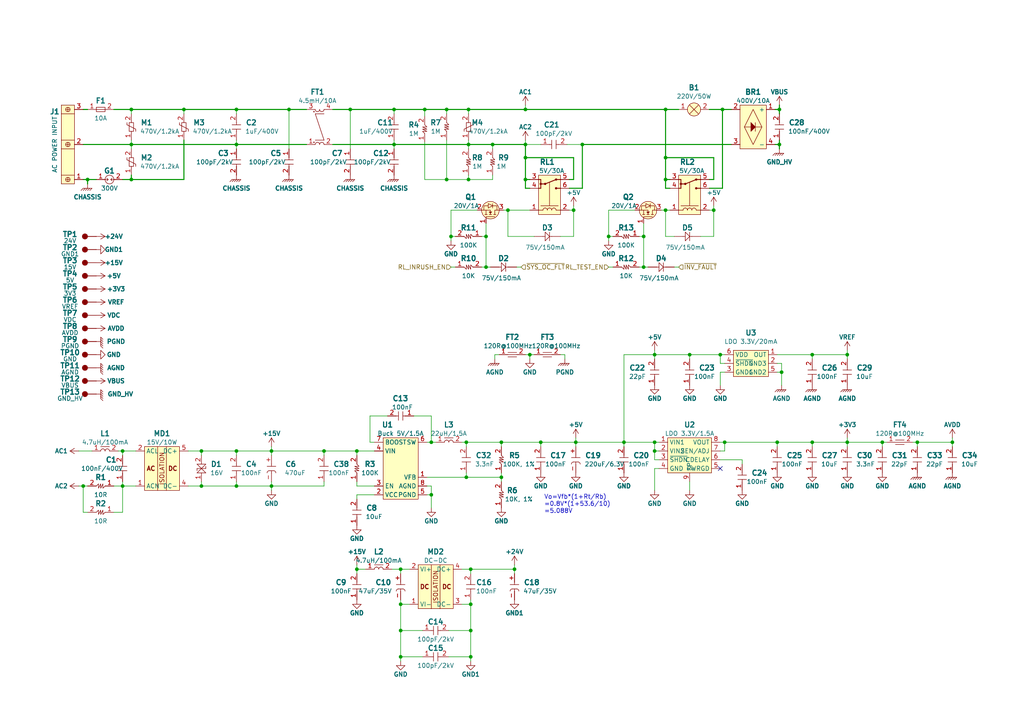
<source format=kicad_sch>
(kicad_sch (version 20231120) (generator "eeschema") (generator_version "8.0")
  (paper "A4")
  (title_block (title "POWER SUPPLY UNIT") (date "2023-10-14") (rev "0.0") (company "TON DUC THANG UNIVERSITY") (comment 1 "Schematic Designed by ...") (comment 2 "PCB Designed by ...") (comment 3 "Approved by ..."))
  (junction (at 35.56 140.97))
  (junction (at 140.97 68.58))
  (junction (at 156.845 128.27))
  (junction (at 266.065 128.27))
  (junction (at 53.34 31.75))
  (junction (at 149.225 165.1))
  (junction (at 176.53 68.58))
  (junction (at 168.91 41.91))
  (junction (at 140.97 77.47))
  (junction (at 68.58 130.81))
  (junction (at 186.69 68.58))
  (junction (at 38.1 31.75))
  (junction (at 189.865 128.27))
  (junction (at 152.4 41.91))
  (junction (at 193.04 60.96))
  (junction (at 38.1 41.91))
  (junction (at 103.505 165.1))
  (junction (at 189.865 102.87))
  (junction (at 25.4 52.07))
  (junction (at 276.225 128.27))
  (junction (at 255.905 128.27))
  (junction (at 135.89 31.75))
  (junction (at 136.525 190.5))
  (junction (at 123.19 31.75))
  (junction (at 193.04 45.72))
  (junction (at 225.425 128.27))
  (junction (at 68.58 41.91))
  (junction (at 136.525 165.1))
  (junction (at 135.255 138.43))
  (junction (at 130.81 68.58))
  (junction (at 68.58 31.75))
  (junction (at 116.205 165.1))
  (junction (at 152.4 45.72))
  (junction (at 135.255 128.27))
  (junction (at 226.06 31.75))
  (junction (at 167.005 128.27))
  (junction (at 93.98 130.81))
  (junction (at 226.695 107.95))
  (junction (at 245.745 102.87))
  (junction (at 116.205 190.5))
  (junction (at 125.095 128.27))
  (junction (at 145.415 128.27))
  (junction (at 166.37 60.96))
  (junction (at 142.875 41.91))
  (junction (at 193.04 52.07))
  (junction (at 78.74 140.97))
  (junction (at 114.3 41.91))
  (junction (at 35.56 130.81))
  (junction (at 58.42 140.97))
  (junction (at 208.915 102.87))
  (junction (at 235.585 128.27))
  (junction (at 235.585 102.87))
  (junction (at 147.32 60.96))
  (junction (at 153.67 102.87))
  (junction (at 38.1 52.07))
  (junction (at 103.505 130.81))
  (junction (at 152.4 31.75))
  (junction (at 209.55 31.75))
  (junction (at 135.89 41.91))
  (junction (at 136.525 175.26))
  (junction (at 129.54 31.75))
  (junction (at 116.205 182.88))
  (junction (at 189.865 130.81))
  (junction (at 78.74 130.81))
  (junction (at 135.89 52.07))
  (junction (at 207.01 60.96))
  (junction (at 186.69 77.47))
  (junction (at 200.025 102.87))
  (junction (at 83.82 31.75))
  (junction (at 136.525 182.88))
  (junction (at 152.4 52.07))
  (junction (at 68.58 140.97))
  (junction (at 24.13 140.97))
  (junction (at 226.06 41.91))
  (junction (at 180.975 128.27))
  (junction (at 210.185 128.27))
  (junction (at 116.205 175.26))
  (junction (at 245.745 128.27))
  (junction (at 58.42 130.81))
  (junction (at 125.095 143.51))
  (junction (at 145.415 138.43))
  (junction (at 193.04 31.75))
  (junction (at 101.6 31.75))
  (junction (at 129.54 52.07))
  (junction (at 114.3 31.75))
  (no_connect (at 208.915 135.89))
  (wire (pts (xy 135.89 40.64) (xy 135.89 41.91)))
  (wire (pts (xy 245.745 128.27) (xy 255.905 128.27)))
  (wire (pts (xy 152.4 30.48) (xy 152.4 31.75)))
  (wire (pts (xy 143.51 102.87) (xy 144.78 102.87)))
  (wire (pts (xy 176.53 68.58) (xy 176.53 60.96)))
  (wire (pts (xy 130.81 60.96) (xy 138.43 60.96)))
  (wire (pts (xy 145.415 137.16) (xy 145.415 138.43)))
  (wire (pts (xy 156.845 128.27) (xy 167.005 128.27)))
  (wire (pts (xy 125.095 143.51) (xy 125.095 147.32)))
  (wire (pts (xy 125.095 128.27) (xy 123.825 128.27)))
  (wire (pts (xy 135.89 41.91) (xy 142.875 41.91)) (stroke (width 0.3)))
  (wire (pts (xy 176.53 69.85) (xy 176.53 68.58)))
  (wire (pts (xy 25.4 148.59) (xy 24.13 148.59)))
  (wire (pts (xy 235.585 128.27) (xy 235.585 129.54)))
  (wire (pts (xy 38.1 52.07) (xy 38.1 50.8)) (stroke (width 0.3)))
  (wire (pts (xy 186.69 68.58) (xy 186.69 64.77)))
  (wire (pts (xy 210.185 105.41) (xy 208.915 105.41)))
  (wire (pts (xy 108.585 143.51) (xy 103.505 143.51)))
  (wire (pts (xy 116.205 166.37) (xy 116.205 165.1)))
  (wire (pts (xy 208.915 133.35) (xy 215.265 133.35)))
  (wire (pts (xy 120.015 120.65) (xy 125.095 120.65)))
  (wire (pts (xy 53.34 40.64) (xy 53.34 52.07)) (stroke (width 0.3)))
  (wire (pts (xy 142.875 41.91) (xy 152.4 41.91)) (stroke (width 0.3)))
  (wire (pts (xy 136.525 166.37) (xy 136.525 165.1)))
  (wire (pts (xy 149.225 166.37) (xy 149.225 165.1)))
  (wire (pts (xy 24.13 52.07) (xy 25.4 52.07)) (stroke (width 0.3)))
  (wire (pts (xy 22.86 140.97) (xy 24.13 140.97)))
  (wire (pts (xy 180.975 102.87) (xy 180.975 128.27)))
  (wire (pts (xy 276.225 129.54) (xy 276.225 128.27)))
  (wire (pts (xy 140.97 77.47) (xy 142.24 77.47)))
  (wire (pts (xy 136.525 190.5) (xy 136.525 191.77)))
  (wire (pts (xy 136.525 173.99) (xy 136.525 175.26)))
  (wire (pts (xy 24.13 41.91) (xy 38.1 41.91)) (stroke (width 0.3)))
  (wire (pts (xy 245.745 127) (xy 245.745 128.27)))
  (wire (pts (xy 167.005 128.27) (xy 180.975 128.27)))
  (wire (pts (xy 93.98 139.7) (xy 93.98 140.97)))
  (wire (pts (xy 145.415 128.27) (xy 156.845 128.27)))
  (wire (pts (xy 133.985 128.27) (xy 135.255 128.27)))
  (wire (pts (xy 116.205 182.88) (xy 116.205 175.26)))
  (wire (pts (xy 208.915 105.41) (xy 208.915 102.87)))
  (wire (pts (xy 185.42 77.47) (xy 186.69 77.47)))
  (wire (pts (xy 140.97 68.58) (xy 140.97 77.47)))
  (wire (pts (xy 125.095 128.27) (xy 126.365 128.27)))
  (wire (pts (xy 27.94 52.07) (xy 25.4 52.07)) (stroke (width 0.3)))
  (wire (pts (xy 235.585 102.87) (xy 235.585 104.14)))
  (wire (pts (xy 93.98 130.81) (xy 103.505 130.81)))
  (wire (pts (xy 125.095 140.97) (xy 123.825 140.97)))
  (wire (pts (xy 136.525 165.1) (xy 149.225 165.1)))
  (wire (pts (xy 215.265 133.35) (xy 215.265 134.62)))
  (wire (pts (xy 24.13 140.97) (xy 25.4 140.97)))
  (wire (pts (xy 101.6 43.18) (xy 101.6 31.75)))
  (wire (pts (xy 185.42 68.58) (xy 186.69 68.58)))
  (wire (pts (xy 114.3 40.64) (xy 114.3 41.91)))
  (wire (pts (xy 167.005 129.54) (xy 167.005 128.27)))
  (wire (pts (xy 68.58 130.81) (xy 68.58 132.08)))
  (wire (pts (xy 34.29 130.81) (xy 35.56 130.81)))
  (wire (pts (xy 38.1 52.07) (xy 53.34 52.07)) (stroke (width 0.3)))
  (wire (pts (xy 38.1 31.75) (xy 53.34 31.75)) (stroke (width 0.3)))
  (wire (pts (xy 38.1 41.91) (xy 38.1 43.18)))
  (wire (pts (xy 103.505 165.1) (xy 106.045 165.1)))
  (wire (pts (xy 122.555 190.5) (xy 116.205 190.5)))
  (wire (pts (xy 142.875 50.8) (xy 142.875 52.07)))
  (wire (pts (xy 143.51 104.14) (xy 143.51 102.87)))
  (wire (pts (xy 180.975 128.27) (xy 189.865 128.27)))
  (wire (pts (xy 255.905 128.27) (xy 257.175 128.27)))
  (wire (pts (xy 130.81 68.58) (xy 132.08 68.58)))
  (wire (pts (xy 112.395 120.65) (xy 107.315 120.65)))
  (wire (pts (xy 116.205 190.5) (xy 116.205 182.88)))
  (wire (pts (xy 276.225 127) (xy 276.225 128.27)))
  (wire (pts (xy 226.06 41.91) (xy 226.06 43.18)) (stroke (width 0.3)))
  (wire (pts (xy 191.77 60.96) (xy 193.04 60.96)))
  (wire (pts (xy 58.42 132.08) (xy 58.42 130.81)))
  (wire (pts (xy 235.585 102.87) (xy 245.745 102.87)))
  (wire (pts (xy 165.1 54.61) (xy 168.91 54.61)) (stroke (width 0.3)))
  (wire (pts (xy 116.205 190.5) (xy 116.205 191.77)))
  (wire (pts (xy 130.175 190.5) (xy 136.525 190.5)))
  (wire (pts (xy 205.74 54.61) (xy 209.55 54.61)) (stroke (width 0.3)))
  (wire (pts (xy 147.32 60.96) (xy 147.32 68.58)))
  (wire (pts (xy 83.82 31.75) (xy 88.9 31.75)) (stroke (width 0.3)))
  (wire (pts (xy 166.37 60.96) (xy 166.37 68.58)))
  (wire (pts (xy 209.55 31.75) (xy 209.55 54.61)) (stroke (width 0.3)))
  (wire (pts (xy 180.975 128.27) (xy 180.975 129.54)))
  (wire (pts (xy 224.79 31.75) (xy 226.06 31.75)) (stroke (width 0.3)))
  (wire (pts (xy 136.525 190.5) (xy 136.525 182.88)))
  (wire (pts (xy 149.86 77.47) (xy 151.13 77.47)))
  (wire (pts (xy 130.81 77.47) (xy 132.08 77.47)))
  (wire (pts (xy 166.37 52.07) (xy 166.37 45.72)) (stroke (width 0.3)))
  (wire (pts (xy 194.31 52.07) (xy 193.04 52.07)) (stroke (width 0.3)))
  (wire (pts (xy 266.065 128.27) (xy 266.065 129.54)))
  (wire (pts (xy 176.53 77.47) (xy 177.8 77.47)))
  (wire (pts (xy 140.97 64.77) (xy 140.97 68.58)))
  (wire (pts (xy 193.04 52.07) (xy 193.04 45.72)) (stroke (width 0.3)))
  (wire (pts (xy 22.86 130.81) (xy 26.67 130.81)))
  (wire (pts (xy 113.665 165.1) (xy 116.205 165.1)))
  (wire (pts (xy 135.89 41.91) (xy 135.89 43.18)))
  (wire (pts (xy 186.69 77.47) (xy 186.69 68.58)))
  (wire (pts (xy 168.91 41.91) (xy 168.91 54.61)) (stroke (width 0.3)))
  (wire (pts (xy 153.67 102.87) (xy 153.67 104.14)))
  (wire (pts (xy 152.4 54.61) (xy 153.67 54.61)) (stroke (width 0.3)))
  (wire (pts (xy 191.135 130.81) (xy 189.865 130.81)))
  (wire (pts (xy 123.19 31.75) (xy 129.54 31.75)) (stroke (width 0.3)))
  (wire (pts (xy 193.04 60.96) (xy 193.04 68.58)))
  (wire (pts (xy 78.74 140.97) (xy 78.74 142.24)))
  (wire (pts (xy 68.58 33.02) (xy 68.58 31.75)))
  (wire (pts (xy 205.74 52.07) (xy 207.01 52.07)) (stroke (width 0.3)))
  (wire (pts (xy 78.74 139.7) (xy 78.74 140.97)))
  (wire (pts (xy 245.745 104.14) (xy 245.745 102.87)))
  (wire (pts (xy 205.74 31.75) (xy 209.55 31.75)) (stroke (width 0.3)))
  (wire (pts (xy 136.525 175.26) (xy 133.985 175.26)))
  (wire (pts (xy 264.795 128.27) (xy 266.065 128.27)))
  (wire (pts (xy 189.865 130.81) (xy 189.865 128.27)))
  (wire (pts (xy 167.005 127) (xy 167.005 128.27)))
  (wire (pts (xy 88.9 41.91) (xy 68.58 41.91)) (stroke (width 0.3)))
  (wire (pts (xy 245.745 128.27) (xy 245.745 129.54)))
  (wire (pts (xy 208.915 128.27) (xy 210.185 128.27)))
  (wire (pts (xy 235.585 128.27) (xy 225.425 128.27)))
  (wire (pts (xy 116.205 182.88) (xy 122.555 182.88)))
  (wire (pts (xy 114.3 41.91) (xy 135.89 41.91)) (stroke (width 0.3)))
  (wire (pts (xy 112.395 41.91) (xy 114.3 41.91)))
  (wire (pts (xy 38.1 31.75) (xy 33.02 31.75)) (stroke (width 0.3)))
  (wire (pts (xy 78.74 132.08) (xy 78.74 130.81)))
  (wire (pts (xy 226.06 30.48) (xy 226.06 31.75)) (stroke (width 0.3)))
  (wire (pts (xy 255.905 128.27) (xy 255.905 129.54)))
  (wire (pts (xy 152.4 45.72) (xy 152.4 52.07)) (stroke (width 0.3)))
  (wire (pts (xy 24.13 140.97) (xy 24.13 148.59)))
  (wire (pts (xy 152.4 41.91) (xy 156.845 41.91)))
  (wire (pts (xy 189.865 133.35) (xy 189.865 130.81)))
  (wire (pts (xy 125.095 120.65) (xy 125.095 128.27)))
  (wire (pts (xy 225.425 105.41) (xy 226.695 105.41)))
  (wire (pts (xy 189.865 101.6) (xy 189.865 102.87)))
  (wire (pts (xy 123.19 31.75) (xy 129.54 31.75)))
  (wire (pts (xy 193.04 60.96) (xy 194.31 60.96)))
  (wire (pts (xy 176.53 68.58) (xy 177.8 68.58)))
  (wire (pts (xy 193.04 31.75) (xy 196.85 31.75)) (stroke (width 0.3)))
  (wire (pts (xy 129.54 40.64) (xy 129.54 52.07)))
  (wire (pts (xy 35.56 140.97) (xy 39.37 140.97)))
  (wire (pts (xy 125.095 143.51) (xy 123.825 143.51)))
  (wire (pts (xy 168.91 41.91) (xy 212.09 41.91)) (stroke (width 0.3)))
  (wire (pts (xy 123.19 31.75) (xy 123.19 33.655)))
  (wire (pts (xy 101.6 31.75) (xy 114.3 31.75)) (stroke (width 0.3)))
  (wire (pts (xy 35.56 130.81) (xy 39.37 130.81)))
  (wire (pts (xy 114.3 41.91) (xy 114.3 43.18)))
  (wire (pts (xy 163.83 102.87) (xy 162.56 102.87)))
  (wire (pts (xy 123.19 41.275) (xy 123.19 52.07)))
  (wire (pts (xy 266.065 128.27) (xy 276.225 128.27)))
  (wire (pts (xy 35.56 132.08) (xy 35.56 130.81)))
  (wire (pts (xy 226.06 40.64) (xy 226.06 41.91)) (stroke (width 0.3)))
  (wire (pts (xy 136.525 182.88) (xy 136.525 175.26)))
  (wire (pts (xy 145.415 129.54) (xy 145.415 128.27)))
  (wire (pts (xy 225.425 128.27) (xy 225.425 129.54)))
  (wire (pts (xy 33.02 140.97) (xy 35.56 140.97)))
  (wire (pts (xy 129.54 31.75) (xy 135.89 31.75)) (stroke (width 0.3)))
  (wire (pts (xy 207.01 60.96) (xy 207.01 68.58)))
  (wire (pts (xy 114.3 33.02) (xy 114.3 31.75)))
  (wire (pts (xy 68.58 40.64) (xy 68.58 41.91)))
  (wire (pts (xy 139.7 68.58) (xy 140.97 68.58)))
  (wire (pts (xy 139.7 77.47) (xy 140.97 77.47)))
  (wire (pts (xy 193.04 54.61) (xy 194.31 54.61)) (stroke (width 0.3)))
  (wire (pts (xy 38.1 31.75) (xy 38.1 33.02)))
  (wire (pts (xy 193.04 31.75) (xy 193.04 45.72)) (stroke (width 0.3)))
  (wire (pts (xy 208.915 107.95) (xy 210.185 107.95)))
  (wire (pts (xy 135.255 138.43) (xy 145.415 138.43)))
  (wire (pts (xy 135.89 31.75) (xy 135.89 33.02)))
  (wire (pts (xy 165.1 60.96) (xy 166.37 60.96)))
  (wire (pts (xy 129.54 52.07) (xy 135.89 52.07)))
  (wire (pts (xy 114.3 31.75) (xy 123.19 31.75)))
  (wire (pts (xy 189.865 142.24) (xy 189.865 135.89)))
  (wire (pts (xy 96.52 41.91) (xy 114.3 41.91)) (stroke (width 0.3)))
  (wire (pts (xy 195.58 77.47) (xy 196.85 77.47)))
  (wire (pts (xy 103.505 166.37) (xy 103.505 165.1)))
  (wire (pts (xy 226.695 105.41) (xy 226.695 107.95)))
  (wire (pts (xy 207.01 59.69) (xy 207.01 60.96)))
  (wire (pts (xy 152.4 52.07) (xy 152.4 54.61)) (stroke (width 0.3)))
  (wire (pts (xy 130.81 60.96) (xy 130.81 68.58)))
  (wire (pts (xy 116.205 175.26) (xy 118.745 175.26)))
  (wire (pts (xy 136.525 165.1) (xy 133.985 165.1)))
  (wire (pts (xy 135.255 128.27) (xy 145.415 128.27)))
  (wire (pts (xy 107.315 120.65) (xy 107.315 128.27)))
  (wire (pts (xy 58.42 130.81) (xy 54.61 130.81)))
  (wire (pts (xy 200.025 102.87) (xy 208.915 102.87)))
  (wire (pts (xy 205.74 60.96) (xy 207.01 60.96)))
  (wire (pts (xy 135.255 137.16) (xy 135.255 138.43)))
  (wire (pts (xy 186.69 77.47) (xy 187.96 77.47)))
  (wire (pts (xy 189.865 135.89) (xy 191.135 135.89)))
  (wire (pts (xy 200.025 102.87) (xy 200.025 104.14)))
  (wire (pts (xy 203.2 68.58) (xy 207.01 68.58)))
  (wire (pts (xy 53.34 31.75) (xy 68.58 31.75)) (stroke (width 0.3)))
  (wire (pts (xy 103.505 140.97) (xy 108.585 140.97)))
  (wire (pts (xy 147.32 60.96) (xy 153.67 60.96)))
  (wire (pts (xy 83.82 31.75) (xy 83.82 43.18)))
  (wire (pts (xy 145.415 138.43) (xy 145.415 139.7)))
  (wire (pts (xy 38.1 52.07) (xy 35.56 52.07)) (stroke (width 0.3)))
  (wire (pts (xy 152.4 40.64) (xy 152.4 41.91)))
  (wire (pts (xy 78.74 130.81) (xy 93.98 130.81)))
  (wire (pts (xy 226.695 107.95) (xy 226.695 111.76)))
  (wire (pts (xy 164.465 41.91) (xy 168.91 41.91)))
  (wire (pts (xy 135.89 52.07) (xy 142.875 52.07)))
  (wire (pts (xy 123.19 52.07) (xy 129.54 52.07)))
  (wire (pts (xy 68.58 41.91) (xy 68.58 43.18)))
  (wire (pts (xy 135.89 50.8) (xy 135.89 52.07)))
  (wire (pts (xy 166.37 59.69) (xy 166.37 60.96)))
  (wire (pts (xy 146.05 60.96) (xy 147.32 60.96)))
  (wire (pts (xy 191.135 133.35) (xy 189.865 133.35)))
  (wire (pts (xy 193.04 68.58) (xy 195.58 68.58)))
  (wire (pts (xy 156.845 128.27) (xy 156.845 129.54)))
  (wire (pts (xy 135.89 31.75) (xy 152.4 31.75)) (stroke (width 0.3)))
  (wire (pts (xy 162.56 68.58) (xy 166.37 68.58)))
  (wire (pts (xy 135.255 128.27) (xy 135.255 129.54)))
  (wire (pts (xy 210.185 130.81) (xy 210.185 128.27)))
  (wire (pts (xy 207.01 52.07) (xy 207.01 45.72)) (stroke (width 0.3)))
  (wire (pts (xy 125.095 140.97) (xy 125.095 143.51)))
  (wire (pts (xy 103.505 143.51) (xy 103.505 144.78)))
  (wire (pts (xy 35.56 140.97) (xy 35.56 139.7)))
  (wire (pts (xy 189.865 128.27) (xy 191.135 128.27)))
  (wire (pts (xy 107.315 128.27) (xy 108.585 128.27)))
  (wire (pts (xy 58.42 140.97) (xy 54.61 140.97)))
  (wire (pts (xy 193.04 45.72) (xy 207.01 45.72)) (stroke (width 0.3)))
  (wire (pts (xy 38.1 41.91) (xy 68.58 41.91)) (stroke (width 0.3)))
  (wire (pts (xy 78.74 140.97) (xy 93.98 140.97)))
  (wire (pts (xy 209.55 31.75) (xy 212.09 31.75)) (stroke (width 0.3)))
  (wire (pts (xy 152.4 102.87) (xy 153.67 102.87)))
  (wire (pts (xy 78.74 129.54) (xy 78.74 130.81)))
  (wire (pts (xy 130.81 68.58) (xy 130.81 69.85)))
  (wire (pts (xy 103.505 130.81) (xy 108.585 130.81)))
  (wire (pts (xy 142.875 41.91) (xy 142.875 43.18)))
  (wire (pts (xy 38.1 40.64) (xy 38.1 41.91)))
  (wire (pts (xy 189.865 102.87) (xy 200.025 102.87)))
  (wire (pts (xy 101.6 31.75) (xy 96.52 31.75)) (stroke (width 0.3)))
  (wire (pts (xy 226.06 33.02) (xy 226.06 31.75)) (stroke (width 0.3)))
  (wire (pts (xy 130.175 182.88) (xy 136.525 182.88)))
  (wire (pts (xy 224.79 41.91) (xy 226.06 41.91)) (stroke (width 0.3)))
  (wire (pts (xy 210.185 128.27) (xy 225.425 128.27)))
  (wire (pts (xy 33.02 148.59) (xy 35.56 148.59)))
  (wire (pts (xy 58.42 139.7) (xy 58.42 140.97)))
  (wire (pts (xy 200.025 142.24) (xy 200.025 139.7)))
  (wire (pts (xy 35.56 148.59) (xy 35.56 140.97)))
  (wire (pts (xy 147.32 68.58) (xy 154.94 68.58)))
  (wire (pts (xy 225.425 102.87) (xy 235.585 102.87)))
  (wire (pts (xy 176.53 60.96) (xy 184.15 60.96)))
  (wire (pts (xy 245.745 101.6) (xy 245.745 102.87)))
  (wire (pts (xy 93.98 130.81) (xy 93.98 132.08)))
  (wire (pts (xy 152.4 41.91) (xy 152.4 45.72)) (stroke (width 0.3)))
  (wire (pts (xy 114.3 31.75) (xy 123.19 31.75)) (stroke (width 0.3)))
  (wire (pts (xy 68.58 130.81) (xy 78.74 130.81)))
  (wire (pts (xy 103.505 130.81) (xy 103.505 132.08)))
  (wire (pts (xy 208.915 130.81) (xy 210.185 130.81)))
  (wire (pts (xy 78.74 140.97) (xy 68.58 140.97)))
  (wire (pts (xy 68.58 140.97) (xy 58.42 140.97)))
  (wire (pts (xy 103.505 139.7) (xy 103.505 140.97)))
  (wire (pts (xy 163.83 104.14) (xy 163.83 102.87)))
  (wire (pts (xy 210.185 102.87) (xy 208.915 102.87)))
  (wire (pts (xy 116.205 173.99) (xy 116.205 175.26)))
  (wire (pts (xy 189.865 102.87) (xy 189.865 104.14)))
  (wire (pts (xy 68.58 139.7) (xy 68.58 140.97)))
  (wire (pts (xy 123.825 138.43) (xy 135.255 138.43)))
  (wire (pts (xy 53.34 31.75) (xy 53.34 33.02)))
  (wire (pts (xy 153.67 102.87) (xy 154.94 102.87)))
  (wire (pts (xy 180.975 102.87) (xy 189.865 102.87)))
  (wire (pts (xy 166.37 45.72) (xy 152.4 45.72)) (stroke (width 0.3)))
  (wire (pts (xy 24.13 31.75) (xy 25.4 31.75)) (stroke (width 0.3)))
  (wire (pts (xy 225.425 107.95) (xy 226.695 107.95)))
  (wire (pts (xy 129.54 31.75) (xy 129.54 33.02)))
  (wire (pts (xy 208.915 111.76) (xy 208.915 107.95)))
  (wire (pts (xy 103.505 163.83) (xy 103.505 165.1)))
  (wire (pts (xy 149.225 163.83) (xy 149.225 165.1)))
  (wire (pts (xy 116.205 165.1) (xy 118.745 165.1)))
  (wire (pts (xy 193.04 52.07) (xy 193.04 54.61)) (stroke (width 0.3)))
  (wire (pts (xy 152.4 31.75) (xy 193.04 31.75)) (stroke (width 0.3)))
  (wire (pts (xy 153.67 52.07) (xy 152.4 52.07)) (stroke (width 0.3)))
  (wire (pts (xy 58.42 130.81) (xy 68.58 130.81)))
  (wire (pts (xy 165.1 52.07) (xy 166.37 52.07)) (stroke (width 0.3)))
  (wire (pts (xy 68.58 31.75) (xy 83.82 31.75)) (stroke (width 0.3)))
  (wire (pts (xy 25.4 53.34) (xy 25.4 52.07)) (stroke (width 0.3)))
  (wire (pts (xy 235.585 128.27) (xy 245.745 128.27)))
  (text_box "Vo=Vfb*(1+Rt/Rb)\n=0.8V*(1+53.6/10)\n=5.088V" (at 156.845 142.875 0) (size 19.05 6.35) (stroke (width -0.0001)) (effects (font (size 1.27 1.27)) (justify left)))
  (hierarchical_label "RL_INRUSH_EN" (shape input) (at 130.81 77.47 180))
  (hierarchical_label "~{INV_FAULT}" (shape input) (at 196.85 77.47 0))
  (hierarchical_label "~{SYS_OC_FLT}" (shape input) (at 151.13 77.47 0))
  (hierarchical_label "RL_TEST_EN" (shape input) (at 176.53 77.47 180))
  (symbol (lib_id "power:GND") (at 156.845 137.16 0) (unit 1)
    (property "Reference" "#PWR018" (effects (hide yes)))
    (property "Value" "GND" (at 156.845 140.97 0) (effects (font (bold yes))))
  )
  (symbol (lib_id "SAMPI:GDT") (at 30.48 46.99 0) (unit 1)
    (property "Reference" "G1" (at 31.75 49.53 0) (effects (font (size 1.5 1.5) (bold yes))))
    (property "Value" "300V" (at 31.75 54.61 0))
    (property "Footprint" "SAMPI:GDT1812_3532" (effects (hide yes)))
    (property "Description" "GDT SMD 4532, 300V30% 2KA, REEL" (effects (hide yes)))
    (property "MNP" "4532-301-LF" (effects (hide yes)))
    (property "MFT" "YAGEO" (effects (hide yes)))
    (property "Unit Price" "0.53" (effects (hide yes)))
    (property "Checked" "OK" (effects (hide yes)))
  )
  (symbol (lib_id "power:GND") (at 245.745 137.16 0) (unit 1)
    (property "Reference" "#PWR046" (effects (hide yes)))
    (property "Value" "GND" (at 245.745 140.97 0) (effects (font (bold yes))))
  )
  (symbol (lib_id "SAMPI:CERCAP") (at 263.525 134.62 90) (unit 1)
    (property "Reference" "C33" (at 268.605 132.0799 90) (effects (font (size 1.5 1.5) (bold yes)) (justify right)))
    (property "Value" "22pF" (at 268.605 134.6199 90) (effects (justify right)))
    (property "Footprint" "SAMPI:CAP0603" (effects (hide yes)))
    (property "Description" "CAP CER 22PF 50V C0G/NP0 0603" (effects (hide yes)))
    (property "MFT" "Walsin" (effects (hide yes)))
    (property "Unit Price" "0.012" (effects (hide yes)))
    (property "MNP" "0603N220J500CT" (effects (hide yes)))
    (property "Checked" "OK" (effects (hide yes)))
  )
  (symbol (lib_id "SAMPI:CERCAP") (at 212.725 139.7 90) (unit 1)
    (property "Reference" "C24" (at 217.805 137.1599 90) (effects (font (size 1.5 1.5) (bold yes)) (justify right)))
    (property "Value" "100nF" (at 216.535 139.7 90) (effects (justify right)))
    (property "Footprint" "SAMPI:CAP0603" (effects (hide yes)))
    (property "Description" "CAP CER 0.1UF 50V X7R 0603" (effects (hide yes)))
    (property "MNP" "CL10B104KB8NNNC" (effects (hide yes)))
    (property "MFT" "Samsung" (effects (hide yes)))
    (property "Unit Price" "0.0146" (effects (hide yes)))
    (property "Checked" "OK" (effects (hide yes)))
  )
  (symbol (lib_id "power:VBUS") (at 226.06 30.48 0) (unit 1)
    (property "Reference" "#PWR048" (effects (hide yes)))
    (property "Value" "VBUS" (at 226.06 26.67 0) (effects (font (bold yes))))
  )
  (symbol (lib_id "SAMPI:CHASSIS") (at 83.82 50.8 0) (unit 1)
    (property "Reference" "#PWR05" (effects (hide yes)))
    (property "Value" "CHASSIS" (at 83.82 54.61 0) (effects (font (bold yes))))
  )
  (symbol (lib_id "power:GND") (at 189.865 111.76 0) (unit 1)
    (property "Reference" "#PWR030" (effects (hide yes)))
    (property "Value" "GND" (at 189.865 115.57 0) (effects (font (bold yes))))
  )
  (symbol (lib_id "SAMPI:TESTPOINT") (at 25.4 102.87 90) (unit 1) (in_bom no)
    (property "Reference" "TP10" (at 20.32 102.235 90) (effects (font (size 1.5 1.5) (bold yes))))
    (property "Value" "GND" (at 20.32 104.14 90))
    (property "Footprint" "SAMPI:TP1MM" (effects (hide yes)))
  )
  (symbol (lib_id "SAMPI:RES") (at 137.16 66.04 0) (mirror y) (unit 1)
    (property "Reference" "R11" (at 135.89 66.04 0) (effects (font (size 1.5 1.5) (bold yes))))
    (property "Value" "100K" (at 135.89 71.12 0))
    (property "Footprint" "SAMPI:RES0603" (effects (hide yes)))
    (property "Description" "RES 100K OHM 1% 1/10W 0603" (effects (hide yes)))
    (property "MFT" "YAGEO" (effects (hide yes)))
    (property "Unit Price" "0.019" (effects (hide yes)))
    (property "MNP" "RC0603FR-07100KL" (effects (hide yes)))
    (property "Checked" "OK" (effects (hide yes)))
  )
  (symbol (lib_id "power:GND") (at 103.505 173.99 0) (unit 1)
    (property "Reference" "#PWR011" (effects (hide yes)))
    (property "Value" "GND" (at 103.505 177.8 0) (effects (font (bold yes))))
  )
  (symbol (lib_id "power:GND") (at 176.53 69.85 0) (mirror y) (unit 1)
    (property "Reference" "#PWR035" (effects (hide yes)))
    (property "Value" "GND" (at 176.53 73.66 0) (effects (font (bold yes))))
  )
  (symbol (lib_id "SAMPI:CERCAP") (at 100.965 149.86 90) (unit 1)
    (property "Reference" "C8" (at 106.045 147.3199 90) (effects (font (size 1.5 1.5) (bold yes)) (justify right)))
    (property "Value" "10uF" (at 106.045 149.8599 90) (effects (justify right)))
    (property "Footprint" "SAMPI:CAP0603" (effects (hide yes)))
    (property "Description" "CAP CER 10UF 6.3V X5R 0603" (effects (hide yes)))
    (property "MFT" "Samsung" (effects (hide yes)))
    (property "Unit Price" "0.079" (effects (hide yes)))
    (property "MNP" "CL10A106MQ8NNNC" (effects (hide yes)))
    (property "Checked" "OK" (effects (hide yes)))
  )
  (symbol (lib_id "SAMPI:AGND") (at 27.94 106.68 90) (unit 1)
    (property "Reference" "#PWR0191" (effects (hide yes)))
    (property "Value" "AGND" (at 33.655 106.68 90) (effects (font (bold yes))))
  )
  (symbol (lib_id "SAMPI:RES") (at 140.335 48.26 90) (unit 1)
    (property "Reference" "R9" (at 146.05 45.72 90) (effects (font (size 1.5 1.5) (bold yes))))
    (property "Value" "1M" (at 145.415 48.26 90))
    (property "Footprint" "SAMPI:RES1206" (effects (hide yes)))
    (property "Description" "RES 1M OHM 5% 1/4W 1206" (effects (hide yes)))
    (property "MFT" "Walsin" (effects (hide yes)))
    (property "Unit Price" "0.02" (effects (hide yes)))
    (property "MNP" "WR12X105 JTL" (effects (hide yes)))
    (property "Checked" "OK" (effects (hide yes)))
  )
  (symbol (lib_id "SAMPI:SIL03") (at 21.59 54.61 180) (unit 1)
    (property "Reference" "J1" (at 15.875 32.385 0) (effects (font (size 1.5 1.5) (bold yes))))
    (property "Value" "AC POWER INPUT" (at 15.875 41.91 90))
    (property "Footprint" "SAMPI:TMB3_9.5" (effects (hide yes)))
    (property "Description" "CONN BARRIER STRIP 3CIRC 0.374\"" (effects (hide yes)))
    (property "MNP" "YK4410303000G" (effects (hide yes)))
    (property "MFT" "Amphenol" (effects (hide yes)))
    (property "Unit Price" "0.84" (effects (hide yes)))
    (property "Checked" "OK" (effects (hide yes)))
  )
  (symbol (lib_id "SAMPI:CERCAP") (at 81.28 45.72 90) (mirror x) (unit 1)
    (property "Reference" "C5" (at 80.01 44.45 90) (effects (font (size 1.5 1.5) (bold yes))))
    (property "Value" "100pF/2kV" (at 77.47 46.99 90))
    (property "Footprint" "SAMPI:CAP1206" (effects (hide yes)))
    (property "Description" "CAP CER 100PF 2000V X7R 1206" (effects (hide yes)))
    (property "MNP" "885342208022" (effects (hide yes)))
    (property "MFT" "WE" (effects (hide yes)))
    (property "Unit Price" "0.19" (effects (hide yes)))
    (property "Checked" "OK" (effects (hide yes)))
  )
  (symbol (lib_id "SAMPI:CERCAP") (at 192.405 109.22 270) (mirror x) (unit 1)
    (property "Reference" "C22" (at 187.325 106.6799 90) (effects (font (size 1.5 1.5) (bold yes)) (justify right)))
    (property "Value" "22pF" (at 187.325 109.2199 90) (effects (justify right)))
    (property "Footprint" "SAMPI:CAP0603" (effects (hide yes)))
    (property "Description" "CAP CER 22PF 50V C0G/NP0 0603" (effects (hide yes)))
    (property "MFT" "Walsin" (effects (hide yes)))
    (property "Unit Price" "0.012" (effects (hide yes)))
    (property "MNP" "0603N220J500CT" (effects (hide yes)))
    (property "Checked" "OK" (effects (hide yes)))
  )
  (symbol (lib_id "SAMPI:AGND") (at 266.065 137.16 0) (unit 1)
    (property "Reference" "#PWR050" (effects (hide yes)))
    (property "Value" "AGND" (at 266.065 140.97 0) (effects (font (bold yes))))
  )
  (symbol (lib_id "power:GND") (at 200.025 111.76 0) (unit 1)
    (property "Reference" "#PWR033" (effects (hide yes)))
    (property "Value" "GND" (at 200.025 115.57 0) (effects (font (bold yes))))
  )
  (symbol (lib_id "power:GND") (at 167.005 137.16 0) (unit 1)
    (property "Reference" "#PWR024" (effects (hide yes)))
    (property "Value" "GND" (at 167.005 140.97 0) (effects (font (bold yes))))
  )
  (symbol (lib_id "SAMPI:CERCAP") (at 159.385 39.37 0) (unit 1)
    (property "Reference" "C21" (at 160.02 36.195 0) (effects (font (size 1.5 1.5) (bold yes))))
    (property "Value" "100pF/2kV" (at 160.655 38.735 0))
    (property "Footprint" "SAMPI:CAP1206" (effects (hide yes)))
    (property "Description" "CAP CER 100PF 2000V X7R 1206" (effects (hide yes)))
    (property "MNP" "885342208022" (effects (hide yes)))
    (property "MFT" "WE" (effects (hide yes)))
    (property "Unit Price" "0.19" (effects (hide yes)))
    (property "Checked" "OK" (effects (hide yes)))
  )
  (symbol (lib_id "power:+24V") (at 149.225 163.83 0) (unit 1)
    (property "Reference" "#PWR019" (effects (hide yes)))
    (property "Value" "+24V" (at 149.225 160.02 0) (effects (font (bold yes))))
  )
  (symbol (lib_id "SAMPI:CERCAP") (at 139.065 171.45 270) (mirror x) (unit 1)
    (property "Reference" "C16" (at 142.875 168.91 90) (effects (font (size 1.5 1.5) (bold yes)) (justify right)))
    (property "Value" "100nF" (at 144.145 171.45 90) (effects (justify right)))
    (property "Footprint" "SAMPI:CAP0603" (effects (hide yes)))
    (property "Description" "CAP CER 0.1UF 50V X7R 0603" (effects (hide yes)))
    (property "MNP" "CL10B104KB8NNNC" (effects (hide yes)))
    (property "Unit Price" "0.0146" (effects (hide yes)))
    (property "MFT" "Samsung" (effects (hide yes)))
    (property "Checked" "OK" (effects (hide yes)))
  )
  (symbol (lib_id "SAMPI:ELECCAP") (at 81.28 134.62 270) (unit 1)
    (property "Reference" "C6" (at 82.55 134.62 90) (effects (font (size 1.5 1.5) (bold yes)) (justify left)))
    (property "Value" "470uF" (at 82.55 137.16 90) (effects (justify left)))
    (property "Footprint" "SAMPI:CAP_ELEC-10.3x10.3-DIA10" (effects (hide yes)))
    (property "Description" "CAP ALUM POLY 470UF 20% 25V SMD" (effects (hide yes)))
    (property "MNP" "A768MS477M1ELAE017" (effects (hide yes)))
    (property "MFT" "KEMET" (effects (hide yes)))
    (property "Unit Price" "0.85" (effects (hide yes)))
    (property "Checked" "OK" (effects (hide yes)))
  )
  (symbol (lib_id "SAMPI:CERCAP") (at 233.045 109.22 90) (unit 1)
    (property "Reference" "C26" (at 238.125 106.6799 90) (effects (font (size 1.5 1.5) (bold yes)) (justify right)))
    (property "Value" "100nF" (at 236.855 109.22 90) (effects (justify right)))
    (property "Footprint" "SAMPI:CAP0603" (effects (hide yes)))
    (property "Description" "CAP CER 0.1UF 50V X7R 0603" (effects (hide yes)))
    (property "MNP" "CL10B104KB8NNNC" (effects (hide yes)))
    (property "MFT" "Samsung" (effects (hide yes)))
    (property "Unit Price" "0.0146" (effects (hide yes)))
    (property "Checked" "OK" (effects (hide yes)))
  )
  (symbol (lib_id "power:GND") (at 225.425 137.16 0) (unit 1)
    (property "Reference" "#PWR038" (effects (hide yes)))
    (property "Value" "GND" (at 225.425 140.97 0) (effects (font (bold yes))))
  )
  (symbol (lib_id "SAMPI:IND") (at 29.21 128.27 0) (unit 1)
    (property "Reference" "L1" (at 30.48 125.73 0) (effects (font (size 1.5 1.5) (bold yes))))
    (property "Value" "4.7uH/100mA" (at 30.48 128.27 0))
    (property "Footprint" "SAMPI:IND0805" (effects (hide yes)))
    (property "Description" "FIXED IND 4.7UH 120MA 400MOHM SM" (effects (hide yes)))
    (property "MNP" "MCL2012V1-4R7-R" (effects (hide yes)))
    (property "MFT" "Eaton" (effects (hide yes)))
    (property "Unit Price" "0.092" (effects (hide yes)))
    (property "Checked" "OK" (effects (hide yes)))
  )
  (symbol (lib_id "SAMPI:AC2") (at 22.86 140.97 90) (mirror x) (unit 1)
    (property "Reference" "#PWR03" (effects (hide yes)))
    (property "Value" "AC2" (at 17.78 140.97 90) (effects (font (bold yes))))
  )
  (symbol (lib_id "SAMPI:TESTPOINT") (at 25.4 106.68 90) (unit 1) (in_bom no)
    (property "Reference" "TP11" (at 20.32 106.045 90) (effects (font (size 1.5 1.5) (bold yes))))
    (property "Value" "AGND" (at 20.32 107.95 90))
    (property "Footprint" "SAMPI:TP1MM" (effects (hide yes)))
  )
  (symbol (lib_id "power:+5V") (at 166.37 59.69 0) (unit 1)
    (property "Reference" "#PWR032" (effects (hide yes)))
    (property "Value" "+5V" (at 166.37 55.88 0))
  )
  (symbol (lib_id "SAMPI:TESTPOINT") (at 25.4 80.01 90) (unit 1) (in_bom no)
    (property "Reference" "TP4" (at 20.32 79.375 90) (effects (font (size 1.5 1.5) (bold yes))))
    (property "Value" "5V" (at 20.32 81.28 90))
    (property "Footprint" "SAMPI:TP1MM" (effects (hide yes)))
  )
  (symbol (lib_id "SAMPI:CERCAP") (at 233.045 134.62 90) (unit 1)
    (property "Reference" "C27" (at 238.125 132.0799 90) (effects (font (size 1.5 1.5) (bold yes)) (justify right)))
    (property "Value" "10uF" (at 238.125 134.6199 90) (effects (justify right)))
    (property "Footprint" "SAMPI:CAP0603" (effects (hide yes)))
    (property "Description" "CAP CER 10UF 6.3V X5R 0603" (effects (hide yes)))
    (property "MFT" "Samsung" (effects (hide yes)))
    (property "Unit Price" "0.079" (effects (hide yes)))
    (property "MNP" "CL10A106MQ8NNNC" (effects (hide yes)))
    (property "Checked" "OK" (effects (hide yes)))
  )
  (symbol (lib_id "power:VBUS") (at 27.94 110.49 270) (unit 1)
    (property "Reference" "#PWR0192" (effects (hide yes)))
    (property "Value" "VBUS" (at 33.655 110.49 90) (effects (font (bold yes))))
  )
  (symbol (lib_id "SAMPI:AGND") (at 143.51 104.14 0) (unit 1)
    (property "Reference" "#PWR017" (effects (hide yes)))
    (property "Value" "AGND" (at 143.51 107.95 0) (effects (font (bold yes))))
  )
  (symbol (lib_id "power:GND") (at 215.265 142.24 0) (unit 1)
    (property "Reference" "#PWR037" (effects (hide yes)))
    (property "Value" "GND" (at 215.265 146.05 0) (effects (font (bold yes))))
  )
  (symbol (lib_id "power:GND") (at 255.905 137.16 0) (unit 1)
    (property "Reference" "#PWR047" (effects (hide yes)))
    (property "Value" "GND" (at 255.905 140.97 0) (effects (font (bold yes))))
  )
  (symbol (lib_id "SAMPI:TESTPOINT") (at 25.4 91.44 90) (unit 1) (in_bom no)
    (property "Reference" "TP7" (at 20.32 90.805 90) (effects (font (size 1.5 1.5) (bold yes))))
    (property "Value" "VDC" (at 20.32 92.71 90))
    (property "Footprint" "SAMPI:TP1MM" (effects (hide yes)))
  )
  (symbol (lib_id "SAMPI:TESTPOINT") (at 25.4 72.39 90) (unit 1) (in_bom no)
    (property "Reference" "TP2" (at 20.32 71.755 90) (effects (font (size 1.5 1.5) (bold yes))))
    (property "Value" "GND1" (at 20.32 73.66 90))
    (property "Footprint" "SAMPI:TP1MM" (effects (hide yes)))
  )
  (symbol (lib_id "SAMPI:AGND") (at 245.745 111.76 0) (unit 1)
    (property "Reference" "#PWR044" (effects (hide yes)))
    (property "Value" "AGND" (at 245.745 115.57 0) (effects (font (bold yes))))
  )
  (symbol (lib_id "SAMPI:MCP16311") (at 111.125 124.46 0) (unit 1)
    (property "Reference" "U1" (at 112.395 123.19 0) (effects (font (size 1.5 1.5) (bold yes))))
    (property "Value" "Buck 5V/1.5A" (at 116.205 125.73 0))
    (property "Footprint" "SAMPI:MSOP8_MCHP" (effects (hide yes)))
    (property "Description" "IC REG BUCK ADJ 1A 8MSOP" (effects (hide yes)))
    (property "MNP" "MCP16311-E/MS" (effects (hide yes)))
    (property "Comment" "Vo=5.088V±2%/1.5A" (effects (hide yes)))
    (property "MFT" "Microchip" (effects (hide yes)))
    (property "Unit Price" "1.8" (effects (hide yes)))
    (property "Checked" "OK" (effects (hide yes)))
  )
  (symbol (lib_id "SAMPI:FET_N-CH") (at 146.05 64.77 270) (mirror x) (unit 1)
    (property "Reference" "Q1" (at 136.525 57.15 90) (effects (font (size 1.5 1.5) (bold yes))))
    (property "Value" "20V/1A" (at 135.255 59.69 90))
    (property "Footprint" "SAMPI:SOT23" (effects (hide yes)))
    (property "Description" "MOSFET N-CH 20 V 1.6A SOT-23-3" (effects (hide yes)))
    (property "MNP" "DMN2310U-7" (effects (hide yes)))
    (property "MFT" "Diodes" (effects (hide yes)))
    (property "Unit Price" "0.148" (effects (hide yes)))
    (property "Checked" "OK" (effects (hide yes)))
  )
  (symbol (lib_id "SAMPI:MOV") (at 35.56 38.1 90) (unit 1)
    (property "Reference" "M1" (at 40.64 35.5599 90) (effects (font (size 1.5 1.5) (bold yes)) (justify right)))
    (property "Value" "470V/1.2kA" (at 40.64 38.0999 90) (effects (justify right)))
    (property "Footprint" "SAMPI:MOV5MM" (effects (hide yes)))
    (property "Description" "VARISTOR 470V 1.2KA DISC 7MM" (effects (hide yes)))
    (property "MNP" "MOV-07D471KTR" (effects (hide yes)))
    (property "MFT" "Bourns" (effects (hide yes)))
    (property "Unit Price" "0.255" (effects (hide yes)))
    (property "Checked" "OK" (effects (hide yes)))
  )
  (symbol (lib_id "SAMPI:FUSE") (at 28.575 29.21 0) (unit 1)
    (property "Reference" "F1" (at 29.21 29.21 0) (effects (font (size 1.5 1.5) (bold yes))))
    (property "Value" "10A" (at 29.21 34.29 0))
    (property "Footprint" "SAMPI:01000056Z" (effects (hide yes)))
    (property "Description" "FUSE CLIP CARTRIDGE 250V 10A PCB" (effects (hide yes)))
    (property "MNP" "01000056Z" (effects (hide yes)))
    (property "MFT" "Littelfuse" (effects (hide yes)))
    (property "Unit Price" "0.41" (effects (hide yes)))
    (property "Comment" "x2 pcs" (effects (hide yes)))
    (property "Checked" "OK" (effects (hide yes)))
  )
  (symbol (lib_id "SAMPI:CERCAP") (at 33.02 137.16 90) (unit 1)
    (property "Reference" "C1" (at 30.48 133.35 90) (effects (font (size 1.5 1.5) (bold yes)) (justify right)))
    (property "Value" "100nF/400V" (at 23.495 135.89 90) (effects (justify right)))
    (property "Footprint" "SAMPI:CAP_FILM_6.0x12.0x12.5-P10" (effects (hide yes)))
    (property "Description" "CAP FILM 0.1UF 20% 560VDC RADIAL" (effects (hide yes)))
    (property "MNP" "BFC233824104" (effects (hide yes)))
    (property "MFT" "VISHAY" (effects (hide yes)))
    (property "Unit Price" "1.5" (effects (hide yes)))
    (property "Checked" "OK" (effects (hide yes)))
  )
  (symbol (lib_id "SAMPI:TESTPOINT") (at 25.4 76.2 90) (unit 1) (in_bom no)
    (property "Reference" "TP3" (at 20.32 75.565 90) (effects (font (size 1.5 1.5) (bold yes))))
    (property "Value" "15V" (at 20.32 77.47 90))
    (property "Footprint" "SAMPI:TP1MM" (effects (hide yes)))
  )
  (symbol (lib_id "SAMPI:CHASSIS") (at 68.58 50.8 0) (unit 1)
    (property "Reference" "#PWR04" (effects (hide yes)))
    (property "Value" "CHASSIS" (at 68.58 54.61 0) (effects (font (bold yes))))
  )
  (symbol (lib_id "SAMPI:CERCAP") (at 100.965 171.45 90) (unit 1)
    (property "Reference" "C9" (at 97.155 168.91 90) (effects (font (size 1.5 1.5) (bold yes)) (justify right)))
    (property "Value" "100nF" (at 95.885 171.45 90) (effects (justify right)))
    (property "Footprint" "SAMPI:CAP0603" (effects (hide yes)))
    (property "Description" "CAP CER 0.1UF 50V X7R 0603" (effects (hide yes)))
    (property "MNP" "CL10B104KB8NNNC" (effects (hide yes)))
    (property "Unit Price" "0.0146" (effects (hide yes)))
    (property "MFT" "Samsung" (effects (hide yes)))
    (property "Checked" "OK" (effects (hide yes)))
  )
  (symbol (lib_id "SAMPI:RES") (at 142.875 134.62 90) (unit 1)
    (property "Reference" "R5" (at 149.225 132.08 90) (effects (font (size 1.5 1.5) (bold yes))))
    (property "Value" "100K, 1%" (at 150.495 134.62 90))
    (property "Footprint" "SAMPI:RES0603" (effects (hide yes)))
    (property "Description" "RES 100K OHM 1% 1/10W 0603" (effects (hide yes)))
    (property "MFT" "YAGEO" (effects (hide yes)))
    (property "Unit Price" "0.019" (effects (hide yes)))
    (property "MNP" "RC0603FR-07100KL" (effects (hide yes)))
    (property "Checked" "OK" (effects (hide yes)))
  )
  (symbol (lib_id "power:GND") (at 180.975 137.16 0) (unit 1)
    (property "Reference" "#PWR028" (effects (hide yes)))
    (property "Value" "GND" (at 180.975 140.97 0) (effects (font (bold yes))))
  )
  (symbol (lib_id "power:VDC") (at 27.94 91.44 270) (mirror x) (unit 1)
    (property "Reference" "#PWR0187" (effects (hide yes)))
    (property "Value" "VDC" (at 33.02 91.44 90) (effects (font (bold yes))))
  )
  (symbol (lib_id "power:GND") (at 78.74 142.24 0) (unit 1)
    (property "Reference" "#PWR07" (effects (hide yes)))
    (property "Value" "GND" (at 78.74 146.05 0) (effects (font (bold yes))))
  )
  (symbol (lib_id "power:+3V3") (at 245.745 127 0) (unit 1)
    (property "Reference" "#PWR045" (effects (hide yes)))
    (property "Value" "+3V3" (at 245.745 123.19 0) (effects (font (bold yes))))
  )
  (symbol (lib_id "SAMPI:AGND") (at 235.585 111.76 0) (unit 1)
    (property "Reference" "#PWR040" (effects (hide yes)))
    (property "Value" "AGND" (at 235.585 115.57 0) (effects (font (bold yes))))
  )
  (symbol (lib_id "SAMPI:RES") (at 127 38.1 90) (unit 1)
    (property "Reference" "R7" (at 126.365 35.56 90) (effects (font (size 1.5 1.5) (bold yes))))
    (property "Value" "1M" (at 126.365 38.1 90))
    (property "Footprint" "SAMPI:RES1206" (effects (hide yes)))
    (property "Description" "RES 1M OHM 5% 1/4W 1206" (effects (hide yes)))
    (property "MFT" "Walsin" (effects (hide yes)))
    (property "Unit Price" "0.02" (effects (hide yes)))
    (property "MNP" "WR12X105 JTL" (effects (hide yes)))
    (property "Checked" "OK" (effects (hide yes)))
  )
  (symbol (lib_id "SAMPI:DIODE-REC") (at 191.135 73.025 0) (unit 1)
    (property "Reference" "D4" (at 191.77 74.93 0) (effects (font (size 1.5 1.5) (bold yes))))
    (property "Value" "75V/150mA" (at 191.135 80.645 0))
    (property "Footprint" "SAMPI:SOD-323" (effects (hide yes)))
    (property "Description" "DIODE GEN PURP 75V 150MA SOD323" (effects (hide yes)))
    (property "MNP" "1N4148WX-TP" (effects (hide yes)))
    (property "MFT" "MCC" (effects (hide yes)))
    (property "Unit Price" "0.068" (effects (hide yes)))
    (property "Checked" "OK" (effects (hide yes)))
  )
  (symbol (lib_id "SAMPI:FET_N-CH") (at 191.77 64.77 270) (mirror x) (unit 1)
    (property "Reference" "Q2" (at 182.245 57.15 90) (effects (font (size 1.5 1.5) (bold yes))))
    (property "Value" "20V/1A" (at 180.975 59.69 90))
    (property "Footprint" "SAMPI:SOT23" (effects (hide yes)))
    (property "Description" "MOSFET N-CH 20 V 1.6A SOT-23-3" (effects (hide yes)))
    (property "MNP" "DMN2310U-7" (effects (hide yes)))
    (property "MFT" "Diodes" (effects (hide yes)))
    (property "Unit Price" "0.148" (effects (hide yes)))
    (property "Checked" "OK" (effects (hide yes)))
  )
  (symbol (lib_id "SAMPI:CERCAP") (at 197.485 109.22 90) (unit 1)
    (property "Reference" "C23" (at 202.565 106.6799 90) (effects (font (size 1.5 1.5) (bold yes)) (justify right)))
    (property "Value" "100nF" (at 201.295 109.22 90) (effects (justify right)))
    (property "Footprint" "SAMPI:CAP0603" (effects (hide yes)))
    (property "Description" "CAP CER 0.1UF 50V X7R 0603" (effects (hide yes)))
    (property "MNP" "CL10B104KB8NNNC" (effects (hide yes)))
    (property "MFT" "Samsung" (effects (hide yes)))
    (property "Unit Price" "0.0146" (effects (hide yes)))
    (property "Checked" "OK" (effects (hide yes)))
  )
  (symbol (lib_id "SAMPI:DIODE-REC") (at 198.755 64.135 0) (unit 1)
    (property "Reference" "D5" (at 199.39 66.04 0) (effects (font (size 1.5 1.5) (bold yes))))
    (property "Value" "75V/150mA" (at 198.755 71.755 0))
    (property "Footprint" "SAMPI:SOD-323" (effects (hide yes)))
    (property "Description" "DIODE GEN PURP 75V 150MA SOD323" (effects (hide yes)))
    (property "MNP" "1N4148WX-TP" (effects (hide yes)))
    (property "MFT" "MCC" (effects (hide yes)))
    (property "Unit Price" "0.068" (effects (hide yes)))
    (property "Checked" "OK" (effects (hide yes)))
  )
  (symbol (lib_id "SAMPI:RES") (at 182.88 66.04 0) (mirror y) (unit 1)
    (property "Reference" "R13" (at 181.61 66.04 0) (effects (font (size 1.5 1.5) (bold yes))))
    (property "Value" "100K" (at 181.61 71.12 0))
    (property "Footprint" "SAMPI:RES0603" (effects (hide yes)))
    (property "Description" "RES 100K OHM 1% 1/10W 0603" (effects (hide yes)))
    (property "MFT" "YAGEO" (effects (hide yes)))
    (property "Unit Price" "0.019" (effects (hide yes)))
    (property "MNP" "RC0603FR-07100KL" (effects (hide yes)))
    (property "Checked" "OK" (effects (hide yes)))
  )
  (symbol (lib_id "power:+3V3") (at 27.94 83.82 270) (unit 1)
    (property "Reference" "#PWR0185" (effects (hide yes)))
    (property "Value" "+3V3" (at 33.655 83.82 90) (effects (font (bold yes))))
  )
  (symbol (lib_id "power:GND") (at 130.81 69.85 0) (mirror y) (unit 1)
    (property "Reference" "#PWR021" (effects (hide yes)))
    (property "Value" "GND" (at 130.81 73.66 0) (effects (font (bold yes))))
  )
  (symbol (lib_id "SAMPI:CERCAP") (at 253.365 134.62 90) (unit 1)
    (property "Reference" "C31" (at 258.445 132.0799 90) (effects (font (size 1.5 1.5) (bold yes)) (justify right)))
    (property "Value" "22pF" (at 258.445 134.6199 90) (effects (justify right)))
    (property "Footprint" "SAMPI:CAP0603" (effects (hide yes)))
    (property "Description" "CAP CER 22PF 50V C0G/NP0 0603" (effects (hide yes)))
    (property "MFT" "Walsin" (effects (hide yes)))
    (property "Unit Price" "0.012" (effects (hide yes)))
    (property "MNP" "0603N220J500CT" (effects (hide yes)))
    (property "Checked" "OK" (effects (hide yes)))
  )
  (symbol (lib_id "SAMPI:GND_HV") (at 27.94 114.3 90) (unit 1)
    (property "Reference" "#PWR0193" (effects (hide yes)))
    (property "Value" "GND_HV" (at 34.925 114.3 90) (effects (font (bold yes))))
  )
  (symbol (lib_id "SAMPI:DIODE-TVS") (at 53.34 139.7 90) (unit 1)
    (property "Reference" "D1" (at 60.96 134.6199 90) (effects (font (size 1.5 1.5) (bold yes)) (justify right)))
    (property "Value" "16V" (at 60.96 137.1599 90) (effects (justify right)))
    (property "Footprint" "SAMPI:SOD-123FL_12" (effects (hide yes)))
    (property "Description" "TVS, UNI-DIR, 400W, 16V, ESGA" (effects (hide yes)))
    (property "MNP" "F4TVS16A" (effects (hide yes)))
    (property "MFT" "Good-Ark" (effects (hide yes)))
    (property "Unit Price" "0.25" (effects (hide yes)))
    (property "Checked" "OK" (effects (hide yes)))
  )
  (symbol (lib_id "SAMPI:CERCAP") (at 111.76 38.1 90) (unit 1)
    (property "Reference" "C11" (at 109.22 35.56 90) (effects (font (size 1.5 1.5) (bold yes)) (justify right)))
    (property "Value" "1uF/400V" (at 104.14 38.1 90) (effects (justify right)))
    (property "Footprint" "SAMPI:ECWFE2W105" (effects (hide yes)))
    (property "Description" "CAP FILM 1UF 10% 450VDC RADIAL" (effects (hide yes)))
    (property "MNP" "ECW-FE2W105K\n" (effects (hide yes)))
    (property "MFT" "Panasonic" (effects (hide yes)))
    (property "Unit Price" "0.72" (effects (hide yes)))
    (property "Checked" "OK" (effects (hide yes)))
  )
  (symbol (lib_id "SAMPI:AGND") (at 276.225 137.16 0) (unit 1)
    (property "Reference" "#PWR052" (effects (hide yes)))
    (property "Value" "AGND" (at 276.225 140.97 0) (effects (font (bold yes))))
  )
  (symbol (lib_id "SAMPI:RES") (at 133.35 48.26 90) (unit 1)
    (property "Reference" "R8" (at 138.43 45.72 90) (effects (font (size 1.5 1.5) (bold yes))))
    (property "Value" "1M" (at 138.43 48.26 90))
    (property "Footprint" "SAMPI:RES1206" (effects (hide yes)))
    (property "Description" "RES 1M OHM 5% 1/4W 1206" (effects (hide yes)))
    (property "MFT" "Walsin" (effects (hide yes)))
    (property "Unit Price" "0.02" (effects (hide yes)))
    (property "MNP" "WR12X105 JTL" (effects (hide yes)))
    (property "Checked" "OK" (effects (hide yes)))
  )
  (symbol (lib_id "SAMPI:RELAY-SPST-6P") (at 156.21 46.99 0) (unit 1)
    (property "Reference" "RL1" (at 158.75 46.99 0) (effects (font (size 1.5 1.5) (bold yes))))
    (property "Value" "5V/30A" (at 160.02 49.53 0))
    (property "Footprint" "SAMPI:SLA-12VDC-SL-C" (effects (hide yes)))
    (property "Description" "5V 30A SPDT (1 Form C) 6 Plugin,27.6x32mm  Power Relays ROHS" (effects (hide yes)))
    (property "Checked" "OK" (effects (hide yes)))
    (property "MNP" "SLA-5VDC-SL-C" (effects (hide yes)))
    (property "Unit Price" "0.8565" (effects (hide yes)))
    (property "MFT" "Songle" (effects (hide yes)))
  )
  (symbol (lib_id "SAMPI:CHASSIS") (at 101.6 50.8 0) (unit 1)
    (property "Reference" "#PWR08" (effects (hide yes)))
    (property "Value" "CHASSIS" (at 101.6 54.61 0) (effects (font (bold yes))))
  )
  (symbol (lib_id "SAMPI:ELECCAP") (at 169.545 132.08 270) (unit 1)
    (property "Reference" "C19" (at 169.545 132.0799 90) (effects (font (size 1.5 1.5) (bold yes)) (justify left)))
    (property "Value" "220uF/6.3V" (at 169.545 134.6199 90) (effects (justify left)))
    (property "Footprint" "SAMPI:CAP1411" (effects (hide yes)))
    (property "Description" "CAP TANT 220UF 20% 6.3V 1411" (effects (hide yes)))
    (property "MNP" "TLJB227M006R0500" (effects (hide yes)))
    (property "MFT" "KAVX" (effects (hide yes)))
    (property "Unit Price" "1.01" (effects (hide yes)))
    (property "Checked" "OK" (effects (hide yes)))
  )
  (symbol (lib_id "SAMPI:TESTPOINT") (at 25.4 87.63 90) (unit 1) (in_bom no)
    (property "Reference" "TP6" (at 20.32 86.995 90) (effects (font (size 1.5 1.5) (bold yes))))
    (property "Value" "VREF" (at 20.32 88.9 90))
    (property "Footprint" "SAMPI:TP1MM" (effects (hide yes)))
  )
  (symbol (lib_id "SAMPI:MCP1501") (at 212.725 97.79 0) (unit 1)
    (property "Reference" "U3" (at 217.805 96.52 0) (effects (font (size 1.5 1.5) (bold yes))))
    (property "Value" "LDO 3.3V/20mA" (at 217.805 99.06 0))
    (property "Footprint" "SAMPI:SOT-23-6_MCHP" (effects (hide yes)))
    (property "Description" "IC VREF SERIES 0.1% SOT23-6" (effects (hide yes)))
    (property "MNP" "MCP1501T-33E/CHY" (effects (hide yes)))
    (property "Comment" "Vo=3.3V±0.1%/20mA" (effects (hide yes)))
    (property "MFT" "Microchip" (effects (hide yes)))
    (property "Unit Price" "1" (effects (hide yes)))
    (property "Checked" "OK" (effects (hide yes)))
  )
  (symbol (lib_id "SAMPI:TESTPOINT") (at 25.4 68.58 90) (unit 1) (in_bom no)
    (property "Reference" "TP1" (at 20.32 67.945 90) (effects (font (size 1.5 1.5) (bold yes))))
    (property "Value" "24V" (at 20.32 69.85 90))
    (property "Footprint" "SAMPI:TP1MM" (effects (hide yes)))
  )
  (symbol (lib_id "SAMPI:DIODE-REC") (at 145.415 73.025 0) (unit 1)
    (property "Reference" "D2" (at 146.05 74.93 0) (effects (font (size 1.5 1.5) (bold yes))))
    (property "Value" "75V/150mA" (at 145.415 80.645 0))
    (property "Footprint" "SAMPI:SOD-323" (effects (hide yes)))
    (property "Description" "DIODE GEN PURP 75V 150MA SOD323" (effects (hide yes)))
    (property "MNP" "1N4148WX-TP" (effects (hide yes)))
    (property "MFT" "MCC" (effects (hide yes)))
    (property "Unit Price" "0.068" (effects (hide yes)))
    (property "Checked" "OK" (effects (hide yes)))
  )
  (symbol (lib_id "SAMPI:CK_Choke_2") (at 90.805 45.72 0) (mirror x) (unit 1) (in_bom no)
    (property "Reference" "FT1" (at 92.075 26.67 0) (effects (font (size 1.5 1.5) (bold yes))))
    (property "Value" "4.5mH/10A" (at 92.075 29.21 0))
    (property "Footprint" "SAMPI:ToroidCoil-3119-13-D1" (effects (hide yes)))
    (property "Description" "FERRITE TOROID COIL 4.5mH/10A 40/24x15" (effects (hide yes)))
    (property "MNP" "CUSTOM 1" (effects (hide yes)))
    (property "MFT" "DIY" (effects (hide yes)))
    (property "Unit Price" "4" (effects (hide yes)))
    (property "Checked" "OK" (effects (hide yes)))
  )
  (symbol (lib_id "SAMPI:GND_HV") (at 226.06 43.18 0) (unit 1)
    (property "Reference" "#PWR049" (effects (hide yes)))
    (property "Value" "GND_HV" (at 226.06 46.99 0) (effects (font (bold yes))))
  )
  (symbol (lib_id "power:GND") (at 116.205 191.77 0) (unit 1)
    (property "Reference" "#PWR012" (effects (hide yes)))
    (property "Value" "GND" (at 116.205 195.58 0) (effects (font (bold yes))))
  )
  (symbol (lib_id "SAMPI:BRIDGE") (at 212.09 24.13 0) (unit 1)
    (property "Reference" "BR1" (at 218.44 26.67 0) (effects (font (size 1.5 1.5) (bold yes))))
    (property "Value" "400V/10A" (at 218.44 29.21 0))
    (property "Footprint" "SAMPI:GBJ25xx" (effects (hide yes)))
    (property "Description" "BRIDGE RECT 1PHASE 1KV 25A GBJ" (effects (hide yes)))
    (property "MNP" "GBJ2510" (effects (hide yes)))
    (property "MFT" "SMC" (effects (hide yes)))
    (property "Unit Price" "1.32" (effects (hide yes)))
    (property "Checked" "OK" (effects (hide yes)))
  )
  (symbol (lib_id "SAMPI:VREF") (at 27.94 87.63 270) (unit 1)
    (property "Reference" "#PWR0186" (effects (hide yes)))
    (property "Value" "VREF" (at 33.655 87.63 90) (effects (font (bold yes))))
  )
  (symbol (lib_id "SAMPI:CERCAP") (at 243.205 134.62 90) (unit 1)
    (property "Reference" "C30" (at 248.285 132.0799 90) (effects (font (size 1.5 1.5) (bold yes)) (justify right)))
    (property "Value" "3.3nF" (at 248.285 134.6199 90) (effects (justify right)))
    (property "Footprint" "SAMPI:CAP0603" (effects (hide yes)))
    (property "Description" "CAP CER 3.3nF 50V X7R 0603" (effects (hide yes)))
    (property "MFT" "Samsung" (effects (hide yes)))
    (property "Unit Price" "0.031" (effects (hide yes)))
    (property "MNP" "CL10B332KB8NNNC" (effects (hide yes)))
    (property "Checked" "OK" (effects (hide yes)))
  )
  (symbol (lib_id "power:+15V") (at 103.505 163.83 0) (mirror y) (unit 1)
    (property "Reference" "#PWR010" (effects (hide yes)))
    (property "Value" "+15V" (at 103.505 160.02 0) (effects (font (bold yes))))
  )
  (symbol (lib_id "power:+24V") (at 27.94 68.58 270) (mirror x) (unit 1)
    (property "Reference" "#PWR064" (effects (hide yes)))
    (property "Value" "+24V" (at 33.02 68.58 90) (effects (font (bold yes))))
  )
  (symbol (lib_id "SAMPI:CERCAP") (at 99.06 45.72 90) (mirror x) (unit 1)
    (property "Reference" "C7" (at 97.79 44.45 90) (effects (font (size 1.5 1.5) (bold yes))))
    (property "Value" "100pF/2kV" (at 95.25 46.99 90))
    (property "Footprint" "SAMPI:CAP1206" (effects (hide yes)))
    (property "Description" "CAP CER 100PF 2000V X7R 1206" (effects (hide yes)))
    (property "MNP" "885342208022" (effects (hide yes)))
    (property "MFT" "WE" (effects (hide yes)))
    (property "Unit Price" "0.19" (effects (hide yes)))
    (property "Checked" "OK" (effects (hide yes)))
  )
  (symbol (lib_id "SAMPI:CERCAP") (at 273.685 134.62 90) (unit 1)
    (property "Reference" "C34" (at 278.765 132.0799 90) (effects (font (size 1.5 1.5) (bold yes)) (justify right)))
    (property "Value" "10uF" (at 278.765 134.6199 90) (effects (justify right)))
    (property "Footprint" "SAMPI:CAP0603" (effects (hide yes)))
    (property "Description" "CAP CER 10UF 6.3V X5R 0603" (effects (hide yes)))
    (property "MFT" "Samsung" (effects (hide yes)))
    (property "Unit Price" "0.079" (effects (hide yes)))
    (property "MNP" "CL10A106MQ8NNNC" (effects (hide yes)))
    (property "Checked" "OK" (effects (hide yes)))
  )
  (symbol (lib_id "power:GND") (at 235.585 137.16 0) (unit 1)
    (property "Reference" "#PWR041" (effects (hide yes)))
    (property "Value" "GND" (at 235.585 140.97 0) (effects (font (bold yes))))
  )
  (symbol (lib_id "SAMPI:CERCAP") (at 125.095 187.96 0) (unit 1)
    (property "Reference" "C15" (at 126.365 187.96 0) (effects (font (size 1.5 1.5) (bold yes))))
    (property "Value" "100pF/2kV" (at 126.365 193.04 0))
    (property "Footprint" "SAMPI:CAP1206" (effects (hide yes)))
    (property "Description" "CAP CER 100PF 2000V X7R 1206" (effects (hide yes)))
    (property "MNP" "885342208022" (effects (hide yes)))
    (property "MFT" "WE" (effects (hide yes)))
    (property "Unit Price" "0.19" (effects (hide yes)))
    (property "Checked" "OK" (effects (hide yes)))
  )
  (symbol (lib_id "SAMPI:TESTPOINT") (at 25.4 95.25 90) (unit 1) (in_bom no)
    (property "Reference" "TP8" (at 20.32 94.615 90) (effects (font (size 1.5 1.5) (bold yes))))
    (property "Value" "AVDD" (at 20.32 96.52 90))
    (property "Footprint" "SAMPI:TP1MM" (effects (hide yes)))
  )
  (symbol (lib_id "power:+5V") (at 189.865 101.6 0) (unit 1)
    (property "Reference" "#PWR029" (effects (hide yes)))
    (property "Value" "+5V" (at 189.865 97.79 0) (effects (font (bold yes))))
  )
  (symbol (lib_id "power:GND") (at 153.67 104.14 0) (unit 1)
    (property "Reference" "#PWR022" (effects (hide yes)))
    (property "Value" "GND" (at 153.67 107.95 0) (effects (font (bold yes))))
  )
  (symbol (lib_id "SAMPI:VREF") (at 245.745 101.6 0) (unit 1)
    (property "Reference" "#PWR043" (effects (hide yes)))
    (property "Value" "VREF" (at 245.745 97.79 0) (effects (font (bold yes))))
  )
  (symbol (lib_id "SAMPI:DC-DC") (at 121.285 160.02 0) (unit 1)
    (property "Reference" "MD2" (at 126.365 160.02 0) (effects (font (size 1.5 1.5) (bold yes))))
    (property "Value" "DC-DC" (at 126.365 162.56 0))
    (property "Footprint" "SAMPI:B1524S-1WR3" (effects (hide yes)))
    (property "Description" "DC DC CONVERTER 24V 1W" (effects (hide yes)))
    (property "MFT" "Mornsun" (effects (hide yes)))
    (property "MNP" "B1524S-1WR3" (effects (hide yes)))
    (property "Checked" "OK" (effects (hide yes)))
  )
  (symbol (lib_id "SAMPI:CERCAP") (at 111.76 45.72 90) (mirror x) (unit 1)
    (property "Reference" "C12" (at 110.49 44.45 90) (effects (font (size 1.5 1.5) (bold yes))))
    (property "Value" "100pF/2kV" (at 107.95 46.99 90))
    (property "Footprint" "SAMPI:CAP1206" (effects (hide yes)))
    (property "Description" "CAP CER 100PF 2000V X7R 1206" (effects (hide yes)))
    (property "MNP" "885342208022" (effects (hide yes)))
    (property "MFT" "WE" (effects (hide yes)))
    (property "Unit Price" "0.19" (effects (hide yes)))
    (property "Checked" "OK" (effects (hide yes)))
  )
  (symbol (lib_id "SAMPI:TESTPOINT") (at 25.4 110.49 90) (unit 1) (in_bom no)
    (property "Reference" "TP12" (at 20.32 109.855 90) (effects (font (size 1.5 1.5) (bold yes))))
    (property "Value" "VBUS" (at 20.32 111.76 90))
    (property "Footprint" "SAMPI:TP1MM" (effects (hide yes)))
  )
  (symbol (lib_id "power:GND1") (at 136.525 191.77 0) (unit 1)
    (property "Reference" "#PWR016" (effects (hide yes)))
    (property "Value" "GND1" (at 136.525 195.58 0) (effects (font (bold yes))))
  )
  (symbol (lib_id "SAMPI:ELECCAP") (at 113.665 168.91 90) (mirror x) (unit 1)
    (property "Reference" "C10" (at 113.665 168.91 90) (effects (font (size 1.5 1.5) (bold yes)) (justify left)))
    (property "Value" "47uF/35V" (at 113.665 171.45 90) (effects (justify left)))
    (property "Footprint" "SAMPI:CAP_ELEC-6.6x6.6-DIA6.3" (effects (hide yes)))
    (property "Description" "CAP ALUM POLY 47UF 20% 35V SMD" (effects (hide yes)))
    (property "MNP" "A768EB476M1VLAE042" (effects (hide yes)))
    (property "Unit Price" "0.45" (effects (hide yes)))
    (property "MFT" "KEMET" (effects (hide yes)))
    (property "Checked" "OK" (effects (hide yes)))
  )
  (symbol (lib_id "SAMPI:AC2") (at 152.4 40.64 0) (mirror y) (unit 1)
    (property "Reference" "#PWR027" (effects (hide yes)))
    (property "Value" "AC2" (at 152.4 36.83 0) (effects (font (bold yes))))
  )
  (symbol (lib_id "SAMPI:CERCAP") (at 223.52 38.1 90) (unit 1)
    (property "Reference" "C28" (at 228.6 35.5599 90) (effects (font (size 1.5 1.5) (bold yes)) (justify right)))
    (property "Value" "100nF/400V" (at 228.6 38.1 90) (effects (justify right)))
    (property "Footprint" "SAMPI:CAP_FILM_6.0x12.0x12.5-P10" (effects (hide yes)))
    (property "Description" "CAP FILM 0.1UF 20% 560VDC RADIAL" (effects (hide yes)))
    (property "MNP" "BFC233824104" (effects (hide yes)))
    (property "MFT" "VISHAY" (effects (hide yes)))
    (property "Unit Price" "1.5" (effects (hide yes)))
    (property "Checked" "OK" (effects (hide yes)))
  )
  (symbol (lib_id "SAMPI:CERCAP") (at 117.475 123.19 180) (unit 1)
    (property "Reference" "C13" (at 113.665 115.57 0) (effects (font (size 1.5 1.5) (bold yes)) (justify right)))
    (property "Value" "100nF" (at 113.665 118.11 0) (effects (justify right)))
    (property "Footprint" "SAMPI:CAP0603" (effects (hide yes)))
    (property "Description" "CAP CER 0.1UF 50V X7R 0603" (effects (hide yes)))
    (property "MNP" "CL10B104KB8NNNC" (effects (hide yes)))
    (property "MFT" "Samsung" (effects (hide yes)))
    (property "Unit Price" "0.0146" (effects (hide yes)))
    (property "Checked" "OK" (effects (hide yes)))
  )
  (symbol (lib_id "power:GND") (at 27.94 102.87 90) (unit 1)
    (property "Reference" "#PWR0190" (effects (hide yes)))
    (property "Value" "GND" (at 33.02 102.87 90) (effects (font (bold yes))))
  )
  (symbol (lib_id "SAMPI:RES") (at 134.62 80.01 0) (mirror x) (unit 1)
    (property "Reference" "R10" (at 135.89 74.93 0) (effects (font (size 1.5 1.5) (bold yes))))
    (property "Value" "10K" (at 135.89 80.01 0))
    (property "Footprint" "SAMPI:RES0603" (effects (hide yes)))
    (property "Description" "RES 10K OHM 1% 1/10W 0603" (effects (hide yes)))
    (property "MFT" "YAGEO" (effects (hide yes)))
    (property "Unit Price" "0.019" (effects (hide yes)))
    (property "MNP" "RC0603FR-0710KL" (effects (hide yes)))
    (property "Checked" "OK" (effects (hide yes)))
  )
  (symbol (lib_id "power:GND") (at 103.505 152.4 0) (unit 1)
    (property "Reference" "#PWR09" (effects (hide yes)))
    (property "Value" "GND" (at 103.505 156.21 0) (effects (font (bold yes))))
  )
  (symbol (lib_id "SAMPI:FerriteBead") (at 158.115 99.06 0) (unit 1)
    (property "Reference" "FT3" (at 158.75 97.79 0) (effects (font (size 1.5 1.5) (bold yes))))
    (property "Value" "120R@100MHz" (at 161.29 100.33 0))
    (property "Footprint" "SAMPI:FT0603" (effects (hide yes)))
    (property "Description" "FERRITE BEAD 120 OHM 1A 0603 1LN" (effects (hide yes)))
    (property "MFT" "Pulse" (effects (hide yes)))
    (property "Unit Price" "0.058" (effects (hide yes)))
    (property "MNP" "PE-0603PFB121ST" (effects (hide yes)))
    (property "Checked" "OK" (effects (hide yes)))
  )
  (symbol (lib_id "SAMPI:TESTPOINT") (at 25.4 114.3 90) (unit 1) (in_bom no)
    (property "Reference" "TP13" (at 20.32 113.665 90) (effects (font (size 1.5 1.5) (bold yes))))
    (property "Value" "GND_HV" (at 20.32 115.57 90))
    (property "Footprint" "SAMPI:TP1MM" (effects (hide yes)))
  )
  (symbol (lib_id "SAMPI:CHASSIS") (at 114.3 50.8 0) (unit 1)
    (property "Reference" "#PWR013" (effects (hide yes)))
    (property "Value" "CHASSIS" (at 114.3 54.61 0) (effects (font (bold yes))))
  )
  (symbol (lib_id "SAMPI:FerriteBead") (at 147.955 99.06 0) (unit 1)
    (property "Reference" "FT2" (at 148.59 97.79 0) (effects (font (size 1.5 1.5) (bold yes))))
    (property "Value" "120R@100MHz" (at 147.32 100.33 0))
    (property "Footprint" "SAMPI:FT0603" (effects (hide yes)))
    (property "Description" "FERRITE BEAD 120 OHM 1A 0603 1LN" (effects (hide yes)))
    (property "MFT" "Pulse" (effects (hide yes)))
    (property "Unit Price" "0.058" (effects (hide yes)))
    (property "MNP" "PE-0603PFB121ST" (effects (hide yes)))
    (property "Checked" "OK" (effects (hide yes)))
  )
  (symbol (lib_id "SAMPI:CERCAP") (at 66.04 137.16 90) (unit 1)
    (property "Reference" "C4" (at 71.12 134.6199 90) (effects (font (size 1.5 1.5) (bold yes)) (justify right)))
    (property "Value" "100nF" (at 69.85 137.16 90) (effects (justify right)))
    (property "Footprint" "SAMPI:CAP0603" (effects (hide yes)))
    (property "Description" "CAP CER 0.1UF 50V X7R 0603" (effects (hide yes)))
    (property "MNP" "CL10B104KB8NNNC" (effects (hide yes)))
    (property "MFT" "Samsung" (effects (hide yes)))
    (property "Unit Price" "0.0146" (effects (hide yes)))
    (property "Checked" "OK" (effects (hide yes)))
  )
  (symbol (lib_id "SAMPI:CERCAP") (at 178.435 134.62 90) (unit 1)
    (property "Reference" "C20" (at 183.515 132.0799 90) (effects (font (size 1.5 1.5) (bold yes)) (justify right)))
    (property "Value" "100nF" (at 182.245 134.62 90) (effects (justify right)))
    (property "Footprint" "SAMPI:CAP0603" (effects (hide yes)))
    (property "Description" "CAP CER 0.1UF 50V X7R 0603" (effects (hide yes)))
    (property "MNP" "CL10B104KB8NNNC" (effects (hide yes)))
    (property "MFT" "Samsung" (effects (hide yes)))
    (property "Unit Price" "0.0146" (effects (hide yes)))
    (property "Checked" "OK" (effects (hide yes)))
  )
  (symbol (lib_id "SAMPI:RES") (at 30.48 143.51 180) (unit 1)
    (property "Reference" "R1" (at 29.21 138.43 0) (effects (font (size 1.5 1.5) (bold yes))))
    (property "Value" "10R" (at 29.21 143.51 0))
    (property "Footprint" "SAMPI:RES0603" (effects (hide yes)))
    (property "Description" "RES 10 OHM 1% 1/10W 0603" (effects (hide yes)))
    (property "MFT" "YAGEO" (effects (hide yes)))
    (property "Unit Price" "0.029" (effects (hide yes)))
    (property "MNP" "RC0603FR-0710RL" (effects (hide yes)))
    (property "Checked" "OK" (effects (hide yes)))
  )
  (symbol (lib_id "power:GND") (at 145.415 147.32 0) (unit 1)
    (property "Reference" "#PWR015" (effects (hide yes)))
    (property "Value" "GND" (at 145.415 151.13 0) (effects (font (bold yes))))
  )
  (symbol (lib_id "SAMPI:CERCAP") (at 66.04 38.1 90) (unit 1)
    (property "Reference" "C2" (at 71.12 35.5599 90) (effects (font (size 1.5 1.5) (bold yes)) (justify right)))
    (property "Value" "1uF/400V" (at 71.12 38.0999 90) (effects (justify right)))
    (property "Footprint" "SAMPI:ECWFE2W105" (effects (hide yes)))
    (property "Description" "CAP FILM 1UF 10% 450VDC RADIAL" (effects (hide yes)))
    (property "MNP" "ECW-FE2W105K\n" (effects (hide yes)))
    (property "MFT" "Panasonic" (effects (hide yes)))
    (property "Unit Price" "0.72" (effects (hide yes)))
    (property "Checked" "OK" (effects (hide yes)))
  )
  (symbol (lib_id "power:+15V") (at 78.74 129.54 0) (unit 1)
    (property "Reference" "#PWR06" (effects (hide yes)))
    (property "Value" "+15V" (at 78.74 125.73 0) (effects (font (bold yes))))
  )
  (symbol (lib_id "SAMPI:CHASSIS") (at 25.4 53.34 0) (unit 1)
    (property "Reference" "#PWR01" (effects (hide yes)))
    (property "Value" "CHASSIS" (at 25.4 57.15 0) (effects (font (bold yes))))
  )
  (symbol (lib_id "power:+5V") (at 27.94 80.01 270) (unit 1)
    (property "Reference" "#PWR0184" (effects (hide yes)))
    (property "Value" "+5V" (at 33.02 80.01 90) (effects (font (bold yes))))
  )
  (symbol (lib_id "SAMPI:CERCAP") (at 125.095 180.34 0) (unit 1)
    (property "Reference" "C14" (at 126.365 180.34 0) (effects (font (size 1.5 1.5) (bold yes))))
    (property "Value" "100pF/2kV" (at 126.365 185.42 0))
    (property "Footprint" "SAMPI:CAP1206" (effects (hide yes)))
    (property "Description" "CAP CER 100PF 2000V X7R 1206" (effects (hide yes)))
    (property "MNP" "885342208022" (effects (hide yes)))
    (property "MFT" "WE" (effects (hide yes)))
    (property "Unit Price" "0.19" (effects (hide yes)))
    (property "Checked" "OK" (effects (hide yes)))
  )
  (symbol (lib_id "power:GND") (at 208.915 111.76 0) (unit 1)
    (property "Reference" "#PWR036" (effects (hide yes)))
    (property "Value" "GND" (at 208.915 115.57 0) (effects (font (bold yes))))
  )
  (symbol (lib_id "power:GND") (at 189.865 142.24 0) (unit 1)
    (property "Reference" "#PWR031" (effects (hide yes)))
    (property "Value" "GND" (at 189.865 146.05 0) (effects (font (bold yes))))
  )
  (symbol (lib_id "power:+15V") (at 27.94 76.2 270) (mirror x) (unit 1)
    (property "Reference" "#PWR067" (effects (hide yes)))
    (property "Value" "+15V" (at 33.02 76.2 90) (effects (font (bold yes))))
  )
  (symbol (lib_id "SAMPI:AGND") (at 226.695 111.76 0) (unit 1)
    (property "Reference" "#PWR039" (effects (hide yes)))
    (property "Value" "AGND" (at 226.695 115.57 0) (effects (font (bold yes))))
  )
  (symbol (lib_id "SAMPI:MCP1727") (at 193.675 123.19 0) (unit 1)
    (property "Reference" "U2" (at 200.025 123.19 0) (effects (font (size 1.5 1.5) (bold yes))))
    (property "Value" "LDO 3.3V/1.5A" (at 200.025 125.73 0))
    (property "Footprint" "SAMPI:DFN8_3x3_MCHP" (effects (hide yes)))
    (property "Description" "IC REG LINEAR 3.3V 1.5A 8DFN" (effects (hide yes)))
    (property "MNP" "MCP1727-3302E/MF" (effects (hide yes)))
    (property "Comment" "Vo=3.3V±0.5%/1.5A" (effects (hide yes)))
    (property "MFT" "Microchip" (effects (hide yes)))
    (property "Unit Price" "1.11" (effects (hide yes)))
    (property "Checked" "OK" (effects (hide yes)))
  )
  (symbol (lib_id "power:+5V") (at 207.01 59.69 0) (unit 1)
    (property "Reference" "#PWR042" (effects (hide yes)))
    (property "Value" "+5V" (at 207.01 55.88 0))
  )
  (symbol (lib_id "SAMPI:IND") (at 128.905 125.73 0) (unit 1)
    (property "Reference" "L3" (at 130.175 123.19 0) (effects (font (size 1.5 1.5) (bold yes))))
    (property "Value" "22uH/1.5A" (at 130.175 125.73 0))
    (property "Footprint" "SAMPI:IND6045" (effects (hide yes)))
    (property "Description" "FIXED IND 22UH 1.9A 0.096OHM SMD" (effects (hide yes)))
    (property "MNP" "HPC 6045NV-220M" (effects (hide yes)))
    (property "MFT" "TAI-TECH" (effects (hide yes)))
    (property "Unit Price" "0.26" (effects (hide yes)))
    (property "Checked" "OK" (effects (hide yes)))
  )
  (symbol (lib_id "SAMPI:TESTPOINT") (at 25.4 99.06 90) (unit 1) (in_bom no)
    (property "Reference" "TP9" (at 20.32 98.425 90) (effects (font (size 1.5 1.5) (bold yes))))
    (property "Value" "PGND" (at 20.32 100.33 90))
    (property "Footprint" "SAMPI:TP1MM" (effects (hide yes)))
  )
  (symbol (lib_id "power:GND1") (at 149.225 173.99 0) (unit 1)
    (property "Reference" "#PWR020" (effects (hide yes)))
    (property "Value" "GND1" (at 149.225 177.8 0) (effects (font (bold yes))))
  )
  (symbol (lib_id "power:GND1") (at 27.94 72.39 90) (mirror x) (unit 1)
    (property "Reference" "#PWR066" (effects (hide yes)))
    (property "Value" "GND1" (at 33.02 72.39 90) (effects (font (bold yes))))
  )
  (symbol (lib_id "SAMPI:AC1") (at 22.86 130.81 90) (unit 1)
    (property "Reference" "#PWR02" (effects (hide yes)))
    (property "Value" "AC1" (at 17.78 130.81 90) (effects (font (bold yes))))
  )
  (symbol (lib_id "power:GND") (at 125.095 147.32 0) (unit 1)
    (property "Reference" "#PWR014" (effects (hide yes)))
    (property "Value" "GND" (at 125.095 151.13 0) (effects (font (bold yes))))
  )
  (symbol (lib_id "SAMPI:RES") (at 180.34 80.01 0) (mirror x) (unit 1)
    (property "Reference" "R12" (at 181.61 74.93 0) (effects (font (size 1.5 1.5) (bold yes))))
    (property "Value" "10K" (at 181.61 80.01 0))
    (property "Footprint" "SAMPI:RES0603" (effects (hide yes)))
    (property "Description" "RES 10K OHM 1% 1/10W 0603" (effects (hide yes)))
    (property "MFT" "YAGEO" (effects (hide yes)))
    (property "Unit Price" "0.019" (effects (hide yes)))
    (property "MNP" "RC0603FR-0710KL" (effects (hide yes)))
    (property "Checked" "OK" (effects (hide yes)))
  )
  (symbol (lib_id "SAMPI:CERCAP") (at 222.885 134.62 90) (unit 1)
    (property "Reference" "C25" (at 227.965 132.0799 90) (effects (font (size 1.5 1.5) (bold yes)) (justify right)))
    (property "Value" "100nF" (at 226.695 134.62 90) (effects (justify right)))
    (property "Footprint" "SAMPI:CAP0603" (effects (hide yes)))
    (property "Description" "CAP CER 0.1UF 50V X7R 0603" (effects (hide yes)))
    (property "MNP" "CL10B104KB8NNNC" (effects (hide yes)))
    (property "MFT" "Samsung" (effects (hide yes)))
    (property "Unit Price" "0.0146" (effects (hide yes)))
    (property "Checked" "OK" (effects (hide yes)))
  )
  (symbol (lib_id "SAMPI:TESTPOINT") (at 25.4 83.82 90) (unit 1) (in_bom no)
    (property "Reference" "TP5" (at 20.32 83.185 90) (effects (font (size 1.5 1.5) (bold yes))))
    (property "Value" "3V3" (at 20.32 85.09 90))
    (property "Footprint" "SAMPI:TP1MM" (effects (hide yes)))
  )
  (symbol (lib_id "SAMPI:RES") (at 120.65 38.735 90) (unit 1)
    (property "Reference" "R4" (at 120.015 36.195 90) (effects (font (size 1.5 1.5) (bold yes))))
    (property "Value" "1M" (at 120.015 38.735 90))
    (property "Footprint" "SAMPI:RES1206" (effects (hide yes)))
    (property "Description" "RES 1M OHM 5% 1/4W 1206" (effects (hide yes)))
    (property "MFT" "Walsin" (effects (hide yes)))
    (property "Unit Price" "0.02" (effects (hide yes)))
    (property "MNP" "WR12X105 JTL" (effects (hide yes)))
    (property "Checked" "OK" (effects (hide yes)))
  )
  (symbol (lib_id "SAMPI:AC-DC") (at 41.91 126.365 0) (unit 1)
    (property "Reference" "MD1" (at 46.99 125.73 0) (effects (font (size 1.5 1.5) (bold yes))))
    (property "Value" "15V/10W" (at 46.99 128.27 0))
    (property "Footprint" "SAMPI:LD10-23BxxR2-RC" (effects (hide yes)))
    (property "Description" "ENCLOSED AC DC CONVERTER 10W 1 O" (effects (hide yes)))
    (property "MNP" "LD10-23B15R2-RC" (effects (hide yes)))
    (property "MFT" "Mornsun" (effects (hide yes)))
    (property "Unit Price" "6.33" (effects (hide yes)))
    (property "Checked" "OK" (effects (hide yes)))
  )
  (symbol (lib_id "SAMPI:Lamp") (at 196.85 26.67 0) (unit 1)
    (property "Reference" "B1" (at 201.295 25.4 0) (effects (font (size 1.5 1.5) (bold yes))))
    (property "Value" "220V/50W" (at 201.295 27.94 0))
    (property "Footprint" "SAMPI:LAMP_6.35MM" (effects (hide yes)))
    (property "Description" "HALOGEN LAMP 220V/50W" (effects (hide yes)))
    (property "MNP" "1609954437_VNAMZ-6936739394" (effects (hide yes)))
    (property "Checked" "OK" (effects (hide yes)))
  )
  (symbol (lib_id "power:+5V") (at 167.005 127 0) (unit 1)
    (property "Reference" "#PWR023" (effects (hide yes)))
    (property "Value" "+5V" (at 167.005 123.19 0) (effects (font (bold yes))))
  )
  (symbol (lib_id "SAMPI:AVDD") (at 276.225 127 0) (unit 1)
    (property "Reference" "#PWR051" (effects (hide yes)))
    (property "Value" "AVDD" (at 276.225 123.19 0) (effects (font (bold yes))))
  )
  (symbol (lib_id "SAMPI:PGND") (at 163.83 104.14 0) (unit 1)
    (property "Reference" "#PWR025" (effects (hide yes)))
    (property "Value" "PGND" (at 163.83 107.95 0) (effects (font (bold yes))))
  )
  (symbol (lib_id "SAMPI:MOV") (at 138.43 38.1 270) (mirror x) (unit 1)
    (property "Reference" "M4" (at 140.335 35.56 90) (effects (font (size 1.5 1.5) (bold yes)) (justify right)))
    (property "Value" "470V/1.2kA" (at 147.32 38.1 90) (effects (justify right)))
    (property "Footprint" "SAMPI:MOV5MM" (effects (hide yes)))
    (property "Description" "VARISTOR 470V 1.2KA DISC 7MM" (effects (hide yes)))
    (property "MNP" "MOV-07D471KTR" (effects (hide yes)))
    (property "MFT" "Bourns" (effects (hide yes)))
    (property "Unit Price" "0.255" (effects (hide yes)))
    (property "Checked" "OK" (effects (hide yes)))
  )
  (symbol (lib_id "SAMPI:RELAY-SPST-6P") (at 196.85 46.99 0) (unit 1)
    (property "Reference" "RL2" (at 199.39 46.99 0) (effects (font (size 1.5 1.5) (bold yes))))
    (property "Value" "5V/30A" (at 200.66 49.53 0))
    (property "Footprint" "SAMPI:SLA-12VDC-SL-C" (effects (hide yes)))
    (property "Description" "5V 30A SPDT (1 Form C) 6 Plugin,27.6x32mm  Power Relays ROHS" (effects (hide yes)))
    (property "Checked" "OK" (effects (hide yes)))
    (property "MNP" "SLA-5VDC-SL-C" (effects (hide yes)))
    (property "Unit Price" "0.8565" (effects (hide yes)))
    (property "MFT" "Songle" (effects (hide yes)))
  )
  (symbol (lib_id "SAMPI:RES") (at 100.965 137.16 90) (unit 1)
    (property "Reference" "R3" (at 107.315 134.62 90) (effects (font (size 1.5 1.5) (bold yes))))
    (property "Value" "100K" (at 107.315 137.16 90))
    (property "Footprint" "SAMPI:RES0603" (effects (hide yes)))
    (property "Description" "RES 100K OHM 1% 1/10W 0603" (effects (hide yes)))
    (property "MFT" "YAGEO" (effects (hide yes)))
    (property "Unit Price" "0.019" (effects (hide yes)))
    (property "MNP" "RC0603FR-07100KL" (effects (hide yes)))
    (property "Checked" "OK" (effects (hide yes)))
  )
  (symbol (lib_id "SAMPI:MOV") (at 50.8 38.1 90) (unit 1)
    (property "Reference" "M3" (at 55.88 35.5599 90) (effects (font (size 1.5 1.5) (bold yes)) (justify right)))
    (property "Value" "470V/1.2kA" (at 55.88 38.0999 90) (effects (justify right)))
    (property "Footprint" "SAMPI:MOV5MM" (effects (hide yes)))
    (property "Description" "VARISTOR 470V 1.2KA DISC 7MM" (effects (hide yes)))
    (property "MNP" "MOV-07D471KTR" (effects (hide yes)))
    (property "MFT" "Bourns" (effects (hide yes)))
    (property "Unit Price" "0.255" (effects (hide yes)))
    (property "Checked" "OK" (effects (hide yes)))
  )
  (symbol (lib_id "SAMPI:FerriteBead") (at 260.35 124.46 0) (unit 1)
    (property "Reference" "FT4" (at 260.985 123.19 0) (effects (font (size 1.5 1.5) (bold yes))))
    (property "Value" "120R@100MHz" (at 260.985 125.73 0))
    (property "Footprint" "SAMPI:FT0603" (effects (hide yes)))
    (property "Description" "FERRITE BEAD 120 OHM 1A 0603 1LN" (effects (hide yes)))
    (property "MFT" "Pulse" (effects (hide yes)))
    (property "Unit Price" "0.058" (effects (hide yes)))
    (property "MNP" "PE-0603PFB121ST" (effects (hide yes)))
    (property "Checked" "OK" (effects (hide yes)))
  )
  (symbol (lib_id "SAMPI:CERCAP") (at 66.04 45.72 90) (mirror x) (unit 1)
    (property "Reference" "C3" (at 64.77 44.45 90) (effects (font (size 1.5 1.5) (bold yes))))
    (property "Value" "100pF/2kV" (at 62.23 46.99 90))
    (property "Footprint" "SAMPI:CAP1206" (effects (hide yes)))
    (property "Description" "CAP CER 100PF 2000V X7R 1206" (effects (hide yes)))
    (property "MNP" "885342208022" (effects (hide yes)))
    (property "MFT" "WE" (effects (hide yes)))
    (property "Unit Price" "0.19" (effects (hide yes)))
    (property "Checked" "OK" (effects (hide yes)))
  )
  (symbol (lib_id "SAMPI:CERCAP") (at 91.44 137.16 90) (unit 1)
    (property "Reference" "C38" (at 96.52 134.6199 90) (effects (font (size 1.5 1.5) (bold yes)) (justify right)))
    (property "Value" "100nF" (at 95.25 137.16 90) (effects (justify right)))
    (property "Footprint" "SAMPI:CAP0603" (effects (hide yes)))
    (property "Description" "CAP CER 0.1UF 50V X7R 0603" (effects (hide yes)))
    (property "MNP" "CL10B104KB8NNNC" (effects (hide yes)))
    (property "MFT" "Samsung" (effects (hide yes)))
    (property "Unit Price" "0.0146" (effects (hide yes)))
    (property "Checked" "OK" (effects (hide yes)))
  )
  (symbol (lib_id "SAMPI:RES") (at 142.875 144.78 90) (unit 1)
    (property "Reference" "R6" (at 148.59 142.24 90) (effects (font (size 1.5 1.5) (bold yes))))
    (property "Value" "10K, 1%" (at 150.495 144.78 90))
    (property "Footprint" "SAMPI:RES0603" (effects (hide yes)))
    (property "Description" "RES 10K OHM 1% 1/10W 0603" (effects (hide yes)))
    (property "MFT" "YAGEO" (effects (hide yes)))
    (property "Unit Price" "0.019" (effects (hide yes)))
    (property "MNP" "RC0603FR-0710KL" (effects (hide yes)))
    (property "Checked" "OK" (effects (hide yes)))
  )
  (symbol (lib_id "SAMPI:CERCAP") (at 154.305 134.62 90) (unit 1)
    (property "Reference" "C17" (at 159.385 132.0799 90) (effects (font (size 1.5 1.5) (bold yes)) (justify right)))
    (property "Value" "100nF" (at 158.115 134.62 90) (effects (justify right)))
    (property "Footprint" "SAMPI:CAP0603" (effects (hide yes)))
    (property "Description" "CAP CER 0.1UF 50V X7R 0603" (effects (hide yes)))
    (property "MNP" "CL10B104KB8NNNC" (effects (hide yes)))
    (property "MFT" "Samsung" (effects (hide yes)))
    (property "Unit Price" "0.0146" (effects (hide yes)))
    (property "Checked" "OK" (effects (hide yes)))
  )
  (symbol (lib_id "SAMPI:CERCAP") (at 243.205 109.22 90) (unit 1)
    (property "Reference" "C29" (at 248.285 106.6799 90) (effects (font (size 1.5 1.5) (bold yes)) (justify right)))
    (property "Value" "10uF" (at 248.285 109.2199 90) (effects (justify right)))
    (property "Footprint" "SAMPI:CAP0603" (effects (hide yes)))
    (property "Description" "CAP CER 10UF 6.3V X5R 0603" (effects (hide yes)))
    (property "MFT" "Samsung" (effects (hide yes)))
    (property "Unit Price" "0.079" (effects (hide yes)))
    (property "MNP" "CL10A106MQ8NNNC" (effects (hide yes)))
    (property "Checked" "OK" (effects (hide yes)))
  )
  (symbol (lib_id "SAMPI:AC1") (at 152.4 30.48 0) (unit 1)
    (property "Reference" "#PWR026" (effects (hide yes)))
    (property "Value" "AC1" (at 152.4 26.67 0) (effects (font (bold yes))))
  )
  (symbol (lib_id "SAMPI:ELECCAP") (at 151.765 168.91 270) (unit 1)
    (property "Reference" "C18" (at 151.765 168.91 90) (effects (font (size 1.5 1.5) (bold yes)) (justify left)))
    (property "Value" "47uF/35V" (at 151.765 171.45 90) (effects (justify left)))
    (property "Footprint" "SAMPI:CAP_ELEC-6.6x6.6-DIA6.3" (effects (hide yes)))
    (property "Description" "CAP ALUM POLY 47UF 20% 35V SMD" (effects (hide yes)))
    (property "MNP" "A768EB476M1VLAE042" (effects (hide yes)))
    (property "Unit Price" "0.45" (effects (hide yes)))
    (property "MFT" "KEMET" (effects (hide yes)))
    (property "Checked" "OK" (effects (hide yes)))
  )
  (symbol (lib_id "SAMPI:DIODE-REC") (at 158.115 64.135 0) (unit 1)
    (property "Reference" "D3" (at 158.75 66.04 0) (effects (font (size 1.5 1.5) (bold yes))))
    (property "Value" "75V/150mA" (at 158.115 71.755 0))
    (property "Footprint" "SAMPI:SOD-323" (effects (hide yes)))
    (property "Description" "DIODE GEN PURP 75V 150MA SOD323" (effects (hide yes)))
    (property "MNP" "1N4148WX-TP" (effects (hide yes)))
    (property "MFT" "MCC" (effects (hide yes)))
    (property "Unit Price" "0.068" (effects (hide yes)))
    (property "Checked" "OK" (effects (hide yes)))
  )
  (symbol (lib_id "power:GND") (at 200.025 142.24 0) (unit 1)
    (property "Reference" "#PWR034" (effects (hide yes)))
    (property "Value" "GND" (at 200.025 146.05 0) (effects (font (bold yes))))
  )
  (symbol (lib_id "SAMPI:CERCAP") (at 132.715 134.62 90) (unit 1)
    (property "Reference" "C32" (at 137.795 132.0799 90) (effects (font (size 1.5 1.5) (bold yes)) (justify right)))
    (property "Value" "3.3nF" (at 137.795 134.6199 90) (effects (justify right)))
    (property "Footprint" "SAMPI:CAP0603" (effects (hide yes)))
    (property "Description" "CAP CER 3.3nF 50V X7R 0603" (effects (hide yes)))
    (property "MFT" "Samsung" (effects (hide yes)))
    (property "Unit Price" "0.031" (effects (hide yes)))
    (property "MNP" "CL10B332KB8NNNC" (effects (hide yes)))
    (property "Checked" "OK" (effects (hide yes)))
  )
  (symbol (lib_id "SAMPI:RES") (at 30.48 151.13 180) (unit 1)
    (property "Reference" "R2" (at 29.21 146.05 0) (effects (font (size 1.5 1.5) (bold yes))))
    (property "Value" "10R" (at 29.21 151.13 0))
    (property "Footprint" "SAMPI:RES0603" (effects (hide yes)))
    (property "Description" "RES 10 OHM 1% 1/10W 0603" (effects (hide yes)))
    (property "MFT" "YAGEO" (effects (hide yes)))
    (property "Unit Price" "0.029" (effects (hide yes)))
    (property "MNP" "RC0603FR-0710RL" (effects (hide yes)))
    (property "Checked" "OK" (effects (hide yes)))
  )
  (symbol (lib_id "SAMPI:PGND") (at 27.94 99.06 90) (unit 1)
    (property "Reference" "#PWR0189" (effects (hide yes)))
    (property "Value" "PGND" (at 33.655 99.06 90) (effects (font (bold yes))))
  )
  (symbol (lib_id "SAMPI:AVDD") (at 27.94 95.25 270) (unit 1)
    (property "Reference" "#PWR0188" (effects (hide yes)))
    (property "Value" "AVDD" (at 33.655 95.25 90) (effects (font (bold yes))))
  )
  (symbol (lib_id "SAMPI:MOV") (at 35.56 48.26 90) (unit 1)
    (property "Reference" "M2" (at 40.64 45.7199 90) (effects (font (size 1.5 1.5) (bold yes)) (justify right)))
    (property "Value" "470V/1.2kA" (at 40.64 48.2599 90) (effects (justify right)))
    (property "Footprint" "SAMPI:MOV5MM" (effects (hide yes)))
    (property "Description" "VARISTOR 470V 1.2KA DISC 7MM" (effects (hide yes)))
    (property "MNP" "MOV-07D471KTR" (effects (hide yes)))
    (property "MFT" "Bourns" (effects (hide yes)))
    (property "Unit Price" "0.255" (effects (hide yes)))
    (property "Checked" "OK" (effects (hide yes)))
  )
  (symbol (lib_id "SAMPI:IND") (at 108.585 162.56 0) (unit 1)
    (property "Reference" "L2" (at 109.855 160.02 0) (effects (font (size 1.5 1.5) (bold yes))))
    (property "Value" "4.7uH/100mA" (at 109.855 162.56 0))
    (property "Footprint" "SAMPI:IND0805" (effects (hide yes)))
    (property "Description" "FIXED IND 4.7UH 120MA 400MOHM SM" (effects (hide yes)))
    (property "MNP" "MCL2012V1-4R7-R" (effects (hide yes)))
    (property "MFT" "Eaton" (effects (hide yes)))
    (property "Unit Price" "0.092" (effects (hide yes)))
    (property "Checked" "OK" (effects (hide yes)))
  )
)
</source>
